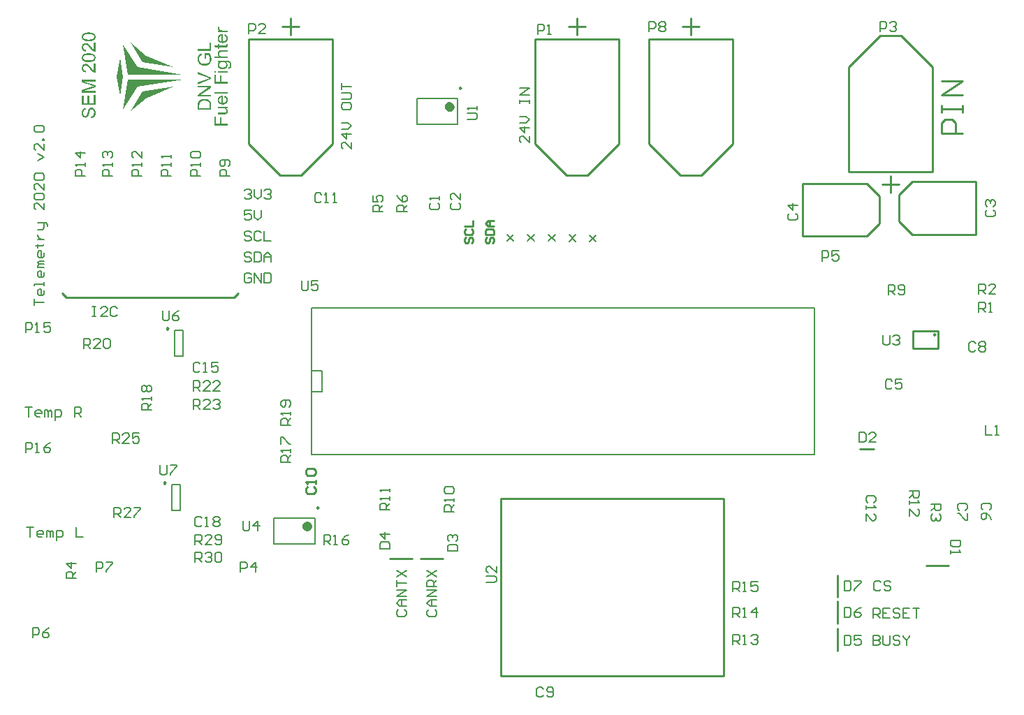
<source format=gto>
G04*
G04 #@! TF.GenerationSoftware,Altium Limited,Altium Designer,20.0.12 (288)*
G04*
G04 Layer_Color=65535*
%FSLAX25Y25*%
%MOIN*%
G70*
G01*
G75*
%ADD10C,0.01000*%
%ADD11C,0.00984*%
%ADD12C,0.02362*%
%ADD13C,0.00787*%
%ADD14C,0.00799*%
G36*
X61897Y312592D02*
X75049Y307038D01*
X60143Y309377D01*
X54590Y318729D01*
X61897Y312592D01*
D02*
G37*
G36*
X58097Y307038D02*
X79433Y303531D01*
X53421D01*
X51083Y317853D01*
X58097Y307038D01*
D02*
G37*
G36*
X51083Y302362D02*
X49475Y293302D01*
X47868Y302362D01*
X49475Y311423D01*
X51083Y302362D01*
D02*
G37*
G36*
X58097Y297686D02*
X51083Y286872D01*
X53421Y301193D01*
X79579D01*
X58097Y297686D01*
D02*
G37*
G36*
X61897Y292133D02*
X54590Y285995D01*
X60143Y295348D01*
X75049Y297686D01*
X61897Y292133D01*
D02*
G37*
G36*
X97113Y326038D02*
X97104Y326029D01*
X97086Y325992D01*
X97058Y325936D01*
X97030Y325862D01*
X97002Y325779D01*
X96975Y325677D01*
X96956Y325576D01*
X96947Y325474D01*
Y325428D01*
X96956Y325381D01*
X96965Y325317D01*
X96984Y325252D01*
X97012Y325169D01*
X97049Y325085D01*
X97104Y325011D01*
X97113Y325002D01*
X97132Y324974D01*
X97169Y324947D01*
X97215Y324900D01*
X97280Y324854D01*
X97354Y324808D01*
X97437Y324762D01*
X97539Y324725D01*
X97557Y324715D01*
X97613Y324706D01*
X97696Y324688D01*
X97807Y324660D01*
X97946Y324632D01*
X98103Y324614D01*
X98270Y324604D01*
X98455Y324595D01*
X100878D01*
Y323809D01*
X96235D01*
Y324521D01*
X96938D01*
X96928Y324530D01*
X96864Y324567D01*
X96780Y324614D01*
X96679Y324688D01*
X96577Y324762D01*
X96466Y324845D01*
X96373Y324928D01*
X96299Y325011D01*
X96290Y325021D01*
X96272Y325048D01*
X96244Y325104D01*
X96216Y325159D01*
X96188Y325233D01*
X96161Y325326D01*
X96142Y325418D01*
X96133Y325520D01*
Y325585D01*
X96142Y325668D01*
X96161Y325770D01*
X96198Y325890D01*
X96244Y326020D01*
X96309Y326168D01*
X96392Y326325D01*
X97113Y326038D01*
D02*
G37*
G36*
X98760Y322847D02*
Y319378D01*
X98769D01*
X98797D01*
X98834Y319387D01*
X98889D01*
X98954Y319397D01*
X99028Y319415D01*
X99195Y319443D01*
X99380Y319498D01*
X99583Y319572D01*
X99768Y319674D01*
X99935Y319804D01*
Y319813D01*
X99953Y319822D01*
X99999Y319878D01*
X100064Y319961D01*
X100129Y320072D01*
X100203Y320220D01*
X100268Y320386D01*
X100314Y320571D01*
X100323Y320673D01*
X100332Y320784D01*
Y320858D01*
X100323Y320941D01*
X100305Y321043D01*
X100277Y321154D01*
X100240Y321284D01*
X100184Y321404D01*
X100110Y321524D01*
X100101Y321533D01*
X100064Y321580D01*
X100009Y321635D01*
X99935Y321700D01*
X99833Y321774D01*
X99703Y321857D01*
X99555Y321940D01*
X99380Y322014D01*
X99481Y322828D01*
X99491D01*
X99509Y322819D01*
X99546Y322810D01*
X99602Y322791D01*
X99657Y322764D01*
X99731Y322736D01*
X99888Y322662D01*
X100064Y322569D01*
X100249Y322440D01*
X100425Y322292D01*
X100591Y322107D01*
Y322098D01*
X100610Y322079D01*
X100628Y322051D01*
X100656Y322014D01*
X100684Y321959D01*
X100712Y321903D01*
X100749Y321829D01*
X100786Y321746D01*
X100823Y321654D01*
X100860Y321561D01*
X100915Y321330D01*
X100961Y321071D01*
X100980Y320784D01*
Y320682D01*
X100971Y320618D01*
X100961Y320534D01*
X100943Y320433D01*
X100924Y320322D01*
X100906Y320201D01*
X100832Y319942D01*
X100776Y319804D01*
X100721Y319674D01*
X100647Y319535D01*
X100564Y319406D01*
X100471Y319286D01*
X100360Y319165D01*
X100351Y319156D01*
X100332Y319138D01*
X100295Y319110D01*
X100240Y319073D01*
X100175Y319027D01*
X100101Y318980D01*
X100009Y318925D01*
X99907Y318869D01*
X99787Y318814D01*
X99657Y318758D01*
X99509Y318712D01*
X99352Y318666D01*
X99185Y318629D01*
X99000Y318601D01*
X98806Y318583D01*
X98603Y318573D01*
X98593D01*
X98547D01*
X98492D01*
X98408Y318583D01*
X98307Y318592D01*
X98196Y318601D01*
X98066Y318620D01*
X97937Y318647D01*
X97641Y318721D01*
X97493Y318768D01*
X97335Y318823D01*
X97187Y318897D01*
X97049Y318980D01*
X96910Y319073D01*
X96780Y319175D01*
X96771Y319184D01*
X96753Y319202D01*
X96725Y319239D01*
X96679Y319286D01*
X96632Y319341D01*
X96577Y319415D01*
X96512Y319498D01*
X96457Y319600D01*
X96392Y319702D01*
X96336Y319822D01*
X96281Y319952D01*
X96235Y320090D01*
X96188Y320238D01*
X96161Y320396D01*
X96142Y320562D01*
X96133Y320738D01*
Y320830D01*
X96142Y320895D01*
X96151Y320969D01*
X96170Y321062D01*
X96188Y321163D01*
X96216Y321284D01*
X96244Y321395D01*
X96290Y321524D01*
X96336Y321644D01*
X96401Y321774D01*
X96475Y321903D01*
X96558Y322033D01*
X96660Y322153D01*
X96771Y322264D01*
X96780Y322273D01*
X96799Y322292D01*
X96836Y322320D01*
X96891Y322357D01*
X96956Y322403D01*
X97030Y322449D01*
X97123Y322505D01*
X97234Y322560D01*
X97354Y322616D01*
X97483Y322671D01*
X97631Y322717D01*
X97789Y322764D01*
X97964Y322801D01*
X98149Y322828D01*
X98344Y322847D01*
X98556Y322856D01*
X98566D01*
X98603D01*
X98667D01*
X98760Y322847D01*
D02*
G37*
G36*
X100878Y318148D02*
X100887Y318111D01*
X100897Y318046D01*
X100906Y317963D01*
X100924Y317870D01*
X100934Y317769D01*
X100943Y317565D01*
Y317491D01*
X100934Y317417D01*
X100924Y317325D01*
X100915Y317214D01*
X100887Y317103D01*
X100860Y317001D01*
X100813Y316899D01*
X100804Y316890D01*
X100786Y316862D01*
X100758Y316825D01*
X100712Y316770D01*
X100665Y316723D01*
X100601Y316668D01*
X100536Y316612D01*
X100453Y316575D01*
X100443D01*
X100406Y316557D01*
X100342Y316548D01*
X100249Y316529D01*
X100129Y316511D01*
X100055Y316501D01*
X99972D01*
X99870Y316492D01*
X99768Y316483D01*
X99657D01*
X99528D01*
X96845D01*
Y315900D01*
X96235D01*
Y316483D01*
X95088D01*
X94616Y317269D01*
X96235D01*
Y318065D01*
X96845D01*
Y317269D01*
X99574D01*
X99592D01*
X99629D01*
X99685D01*
X99750Y317278D01*
X99898Y317288D01*
X99962Y317297D01*
X100009Y317306D01*
X100027Y317315D01*
X100064Y317343D01*
X100110Y317380D01*
X100157Y317445D01*
X100166Y317463D01*
X100184Y317510D01*
X100203Y317593D01*
X100212Y317713D01*
Y317806D01*
X100203Y317852D01*
Y317917D01*
X100194Y317991D01*
X100184Y318065D01*
X100878Y318166D01*
Y318148D01*
D02*
G37*
G36*
X93086Y314896D02*
X86685D01*
Y315747D01*
X92327D01*
Y318902D01*
X93086D01*
Y314896D01*
D02*
G37*
G36*
X100878Y314355D02*
X97937D01*
X97927D01*
X97909D01*
X97881D01*
X97844D01*
X97742Y314346D01*
X97613Y314328D01*
X97474Y314291D01*
X97335Y314244D01*
X97197Y314180D01*
X97086Y314096D01*
X97076Y314087D01*
X97039Y314050D01*
X96993Y313995D01*
X96947Y313911D01*
X96891Y313810D01*
X96854Y313689D01*
X96817Y313541D01*
X96808Y313375D01*
Y313319D01*
X96817Y313255D01*
X96827Y313162D01*
X96854Y313070D01*
X96882Y312959D01*
X96928Y312848D01*
X96993Y312727D01*
X97002Y312718D01*
X97030Y312681D01*
X97067Y312626D01*
X97123Y312561D01*
X97197Y312487D01*
X97280Y312413D01*
X97382Y312348D01*
X97493Y312293D01*
X97511Y312283D01*
X97548Y312274D01*
X97622Y312256D01*
X97715Y312228D01*
X97835Y312200D01*
X97983Y312182D01*
X98149Y312172D01*
X98344Y312163D01*
X100878D01*
Y311377D01*
X94477D01*
Y312163D01*
X96771D01*
X96762Y312172D01*
X96743Y312191D01*
X96716Y312219D01*
X96669Y312265D01*
X96623Y312311D01*
X96568Y312376D01*
X96512Y312459D01*
X96447Y312542D01*
X96392Y312635D01*
X96336Y312737D01*
X96235Y312977D01*
X96188Y313107D01*
X96161Y313245D01*
X96142Y313393D01*
X96133Y313541D01*
Y313625D01*
X96142Y313726D01*
X96161Y313847D01*
X96179Y313985D01*
X96216Y314133D01*
X96272Y314281D01*
X96336Y314429D01*
X96346Y314448D01*
X96373Y314494D01*
X96420Y314559D01*
X96484Y314642D01*
X96568Y314725D01*
X96660Y314818D01*
X96771Y314901D01*
X96901Y314975D01*
X96919Y314984D01*
X96965Y315003D01*
X97049Y315031D01*
X97169Y315058D01*
X97317Y315086D01*
X97493Y315114D01*
X97705Y315132D01*
X97946Y315142D01*
X100878D01*
Y314355D01*
D02*
G37*
G36*
X92207Y313675D02*
X92216Y313657D01*
X92244Y313620D01*
X92281Y313574D01*
X92318Y313518D01*
X92365Y313454D01*
X92420Y313370D01*
X92475Y313287D01*
X92596Y313093D01*
X92725Y312871D01*
X92845Y312639D01*
X92947Y312390D01*
Y312381D01*
X92957Y312362D01*
X92966Y312325D01*
X92984Y312279D01*
X93003Y312214D01*
X93031Y312140D01*
X93049Y312057D01*
X93068Y311974D01*
X93114Y311770D01*
X93160Y311539D01*
X93188Y311289D01*
X93197Y311030D01*
Y310938D01*
X93188Y310873D01*
Y310789D01*
X93178Y310688D01*
X93160Y310577D01*
X93151Y310456D01*
X93095Y310188D01*
X93031Y309901D01*
X92929Y309606D01*
X92873Y309457D01*
X92799Y309310D01*
X92790Y309300D01*
X92781Y309273D01*
X92753Y309236D01*
X92725Y309180D01*
X92679Y309115D01*
X92633Y309050D01*
X92503Y308875D01*
X92337Y308690D01*
X92133Y308495D01*
X91902Y308311D01*
X91634Y308144D01*
X91624D01*
X91597Y308125D01*
X91560Y308107D01*
X91495Y308079D01*
X91430Y308051D01*
X91338Y308024D01*
X91245Y307987D01*
X91134Y307950D01*
X91014Y307913D01*
X90875Y307876D01*
X90737Y307848D01*
X90588Y307820D01*
X90265Y307774D01*
X89922Y307755D01*
X89913D01*
X89876D01*
X89830D01*
X89765Y307765D01*
X89682D01*
X89580Y307774D01*
X89478Y307792D01*
X89358Y307802D01*
X89229Y307829D01*
X89090Y307848D01*
X88794Y307922D01*
X88489Y308014D01*
X88183Y308144D01*
X88174Y308153D01*
X88147Y308162D01*
X88109Y308181D01*
X88054Y308218D01*
X87980Y308255D01*
X87906Y308301D01*
X87730Y308431D01*
X87527Y308588D01*
X87332Y308782D01*
X87138Y309004D01*
X87055Y309134D01*
X86972Y309263D01*
X86962Y309273D01*
X86953Y309300D01*
X86935Y309337D01*
X86907Y309393D01*
X86879Y309467D01*
X86842Y309550D01*
X86805Y309643D01*
X86768Y309753D01*
X86731Y309874D01*
X86703Y310003D01*
X86667Y310142D01*
X86639Y310290D01*
X86593Y310614D01*
X86574Y310780D01*
Y311076D01*
X86583Y311132D01*
Y311206D01*
X86602Y311382D01*
X86629Y311576D01*
X86676Y311779D01*
X86731Y312001D01*
X86805Y312214D01*
Y312223D01*
X86814Y312242D01*
X86824Y312269D01*
X86842Y312306D01*
X86898Y312408D01*
X86962Y312538D01*
X87055Y312677D01*
X87166Y312825D01*
X87286Y312963D01*
X87434Y313093D01*
X87453Y313111D01*
X87508Y313148D01*
X87591Y313204D01*
X87712Y313278D01*
X87860Y313352D01*
X88045Y313435D01*
X88248Y313518D01*
X88480Y313583D01*
X88683Y312815D01*
X88674D01*
X88665Y312806D01*
X88637Y312797D01*
X88600Y312788D01*
X88516Y312760D01*
X88406Y312723D01*
X88276Y312667D01*
X88156Y312602D01*
X88026Y312538D01*
X87915Y312455D01*
X87906Y312445D01*
X87869Y312418D01*
X87823Y312362D01*
X87758Y312297D01*
X87684Y312214D01*
X87610Y312103D01*
X87536Y311983D01*
X87471Y311844D01*
X87462Y311825D01*
X87444Y311779D01*
X87416Y311696D01*
X87379Y311585D01*
X87351Y311455D01*
X87323Y311308D01*
X87305Y311141D01*
X87296Y310965D01*
Y310863D01*
X87305Y310817D01*
Y310762D01*
X87314Y310623D01*
X87342Y310466D01*
X87370Y310290D01*
X87416Y310123D01*
X87480Y309957D01*
X87490Y309939D01*
X87508Y309883D01*
X87555Y309809D01*
X87601Y309717D01*
X87675Y309606D01*
X87749Y309485D01*
X87841Y309374D01*
X87943Y309273D01*
X87952Y309263D01*
X87989Y309226D01*
X88054Y309180D01*
X88128Y309124D01*
X88221Y309060D01*
X88332Y308995D01*
X88452Y308930D01*
X88581Y308865D01*
X88591D01*
X88609Y308856D01*
X88637Y308847D01*
X88683Y308828D01*
X88739Y308810D01*
X88803Y308791D01*
X88877Y308764D01*
X88960Y308745D01*
X89155Y308699D01*
X89377Y308662D01*
X89608Y308634D01*
X89867Y308625D01*
X89876D01*
X89904D01*
X89950D01*
X90006Y308634D01*
X90080D01*
X90172Y308644D01*
X90265Y308653D01*
X90367Y308662D01*
X90598Y308699D01*
X90838Y308745D01*
X91079Y308819D01*
X91310Y308912D01*
X91319D01*
X91338Y308930D01*
X91365Y308940D01*
X91403Y308967D01*
X91504Y309032D01*
X91634Y309134D01*
X91773Y309254D01*
X91911Y309402D01*
X92041Y309578D01*
X92161Y309772D01*
Y309781D01*
X92170Y309800D01*
X92189Y309827D01*
X92207Y309874D01*
X92226Y309920D01*
X92244Y309985D01*
X92300Y310133D01*
X92346Y310318D01*
X92392Y310521D01*
X92429Y310743D01*
X92439Y310975D01*
Y311067D01*
X92429Y311122D01*
Y311178D01*
X92411Y311317D01*
X92392Y311483D01*
X92355Y311659D01*
X92300Y311853D01*
X92235Y312048D01*
Y312057D01*
X92226Y312075D01*
X92216Y312094D01*
X92198Y312131D01*
X92152Y312232D01*
X92096Y312344D01*
X92032Y312473D01*
X91957Y312612D01*
X91874Y312741D01*
X91782Y312852D01*
X90579D01*
Y310965D01*
X89821D01*
Y313685D01*
X92198D01*
X92207Y313675D01*
D02*
G37*
G36*
X100508Y310174D02*
X100610D01*
X100721Y310165D01*
X100841Y310156D01*
X101091Y310128D01*
X101350Y310091D01*
X101470Y310063D01*
X101581Y310036D01*
X101683Y309999D01*
X101775Y309962D01*
X101785D01*
X101794Y309952D01*
X101849Y309915D01*
X101933Y309869D01*
X102034Y309795D01*
X102145Y309693D01*
X102266Y309573D01*
X102386Y309425D01*
X102488Y309259D01*
Y309249D01*
X102497Y309240D01*
X102515Y309212D01*
X102525Y309175D01*
X102552Y309129D01*
X102571Y309074D01*
X102617Y308935D01*
X102673Y308768D01*
X102710Y308565D01*
X102747Y308334D01*
X102756Y308084D01*
Y308001D01*
X102747Y307945D01*
Y307871D01*
X102737Y307797D01*
X102728Y307705D01*
X102710Y307603D01*
X102663Y307390D01*
X102599Y307168D01*
X102506Y306946D01*
X102377Y306743D01*
X102367Y306733D01*
X102358Y306724D01*
X102303Y306659D01*
X102219Y306585D01*
X102099Y306493D01*
X101942Y306400D01*
X101748Y306317D01*
X101637Y306289D01*
X101516Y306271D01*
X101396Y306252D01*
X101257D01*
X101359Y307020D01*
X101378D01*
X101415Y307029D01*
X101479Y307048D01*
X101563Y307066D01*
X101646Y307103D01*
X101729Y307150D01*
X101812Y307205D01*
X101877Y307279D01*
X101886Y307298D01*
X101914Y307335D01*
X101951Y307399D01*
X101988Y307492D01*
X102034Y307603D01*
X102071Y307742D01*
X102099Y307908D01*
X102108Y308084D01*
Y308176D01*
X102099Y308269D01*
X102081Y308398D01*
X102053Y308528D01*
X102016Y308667D01*
X101960Y308805D01*
X101886Y308926D01*
X101877Y308935D01*
X101849Y308972D01*
X101794Y309027D01*
X101729Y309092D01*
X101637Y309157D01*
X101535Y309222D01*
X101415Y309286D01*
X101276Y309333D01*
X101267D01*
X101230Y309342D01*
X101156Y309351D01*
X101063Y309360D01*
X100998Y309370D01*
X100924D01*
X100841Y309379D01*
X100749D01*
X100647D01*
X100527Y309388D01*
X100406D01*
X100268D01*
X100277Y309379D01*
X100295Y309360D01*
X100323Y309333D01*
X100360Y309296D01*
X100406Y309249D01*
X100462Y309185D01*
X100517Y309111D01*
X100573Y309037D01*
X100684Y308842D01*
X100786Y308630D01*
X100823Y308509D01*
X100850Y308380D01*
X100869Y308241D01*
X100878Y308102D01*
Y308056D01*
X100869Y308010D01*
Y307945D01*
X100860Y307862D01*
X100841Y307769D01*
X100823Y307668D01*
X100795Y307557D01*
X100758Y307436D01*
X100712Y307316D01*
X100656Y307196D01*
X100591Y307066D01*
X100508Y306946D01*
X100416Y306826D01*
X100314Y306715D01*
X100194Y306613D01*
X100184Y306604D01*
X100166Y306595D01*
X100120Y306567D01*
X100073Y306530D01*
X99999Y306493D01*
X99925Y306447D01*
X99833Y306400D01*
X99722Y306354D01*
X99611Y306308D01*
X99481Y306262D01*
X99352Y306215D01*
X99204Y306178D01*
X98889Y306114D01*
X98714Y306104D01*
X98538Y306095D01*
X98529D01*
X98510D01*
X98473D01*
X98427D01*
X98362Y306104D01*
X98297D01*
X98131Y306123D01*
X97946Y306151D01*
X97742Y306197D01*
X97530Y306252D01*
X97317Y306336D01*
X97308D01*
X97289Y306345D01*
X97261Y306363D01*
X97224Y306382D01*
X97123Y306437D01*
X96993Y306511D01*
X96854Y306613D01*
X96716Y306733D01*
X96568Y306872D01*
X96447Y307029D01*
Y307039D01*
X96438Y307048D01*
X96420Y307076D01*
X96401Y307113D01*
X96346Y307205D01*
X96290Y307335D01*
X96235Y307492D01*
X96179Y307677D01*
X96142Y307880D01*
X96133Y308102D01*
Y308186D01*
X96142Y308241D01*
X96151Y308306D01*
X96170Y308389D01*
X96188Y308482D01*
X96216Y308583D01*
X96253Y308685D01*
X96299Y308796D01*
X96355Y308907D01*
X96420Y309027D01*
X96494Y309138D01*
X96586Y309249D01*
X96688Y309360D01*
X96808Y309462D01*
X96235D01*
Y310184D01*
X100249D01*
X100258D01*
X100295D01*
X100351D01*
X100425D01*
X100508Y310174D01*
D02*
G37*
G36*
X100878Y304412D02*
X96235D01*
Y305198D01*
X100878D01*
Y304412D01*
D02*
G37*
G36*
X95374D02*
X94477D01*
Y305198D01*
X95374D01*
Y304412D01*
D02*
G37*
G36*
X95236Y299935D02*
X97215D01*
Y302941D01*
X97974D01*
Y299935D01*
X100878D01*
Y299084D01*
X94477D01*
Y303413D01*
X95236D01*
Y299935D01*
D02*
G37*
G36*
X93086Y302224D02*
Y301336D01*
X86685Y298857D01*
Y299782D01*
X91338Y301447D01*
X91347D01*
X91365Y301456D01*
X91393Y301466D01*
X91430Y301484D01*
X91486Y301493D01*
X91541Y301512D01*
X91680Y301558D01*
X91837Y301613D01*
X92013Y301669D01*
X92383Y301780D01*
X92374D01*
X92355Y301789D01*
X92327Y301799D01*
X92291Y301808D01*
X92189Y301835D01*
X92050Y301882D01*
X91893Y301928D01*
X91717Y301983D01*
X91532Y302048D01*
X91338Y302122D01*
X86685Y303861D01*
Y304721D01*
X93086Y302224D01*
D02*
G37*
G36*
X100878Y294449D02*
X94477D01*
Y295236D01*
X100878D01*
Y294449D01*
D02*
G37*
G36*
X93086Y297220D02*
X88063Y293871D01*
X93086D01*
Y293057D01*
X86685D01*
Y293927D01*
X91717Y297285D01*
X86685D01*
Y298098D01*
X93086D01*
Y297220D01*
D02*
G37*
G36*
X98760Y293497D02*
Y290028D01*
X98769D01*
X98797D01*
X98834Y290037D01*
X98889D01*
X98954Y290046D01*
X99028Y290065D01*
X99195Y290093D01*
X99380Y290148D01*
X99583Y290222D01*
X99768Y290324D01*
X99935Y290453D01*
Y290463D01*
X99953Y290472D01*
X99999Y290527D01*
X100064Y290611D01*
X100129Y290722D01*
X100203Y290870D01*
X100268Y291036D01*
X100314Y291221D01*
X100323Y291323D01*
X100332Y291434D01*
Y291508D01*
X100323Y291591D01*
X100305Y291693D01*
X100277Y291804D01*
X100240Y291933D01*
X100184Y292054D01*
X100110Y292174D01*
X100101Y292183D01*
X100064Y292229D01*
X100009Y292285D01*
X99935Y292350D01*
X99833Y292424D01*
X99703Y292507D01*
X99555Y292590D01*
X99380Y292664D01*
X99481Y293478D01*
X99491D01*
X99509Y293469D01*
X99546Y293460D01*
X99602Y293441D01*
X99657Y293413D01*
X99731Y293386D01*
X99888Y293312D01*
X100064Y293219D01*
X100249Y293090D01*
X100425Y292942D01*
X100591Y292757D01*
Y292747D01*
X100610Y292729D01*
X100628Y292701D01*
X100656Y292664D01*
X100684Y292609D01*
X100712Y292553D01*
X100749Y292479D01*
X100786Y292396D01*
X100823Y292303D01*
X100860Y292211D01*
X100915Y291980D01*
X100961Y291721D01*
X100980Y291434D01*
Y291332D01*
X100971Y291267D01*
X100961Y291184D01*
X100943Y291082D01*
X100924Y290971D01*
X100906Y290851D01*
X100832Y290592D01*
X100776Y290453D01*
X100721Y290324D01*
X100647Y290185D01*
X100564Y290056D01*
X100471Y289935D01*
X100360Y289815D01*
X100351Y289806D01*
X100332Y289787D01*
X100295Y289760D01*
X100240Y289723D01*
X100175Y289676D01*
X100101Y289630D01*
X100009Y289575D01*
X99907Y289519D01*
X99787Y289464D01*
X99657Y289408D01*
X99509Y289362D01*
X99352Y289316D01*
X99185Y289279D01*
X99000Y289251D01*
X98806Y289232D01*
X98603Y289223D01*
X98593D01*
X98547D01*
X98492D01*
X98408Y289232D01*
X98307Y289242D01*
X98196Y289251D01*
X98066Y289269D01*
X97937Y289297D01*
X97641Y289371D01*
X97493Y289417D01*
X97335Y289473D01*
X97187Y289547D01*
X97049Y289630D01*
X96910Y289723D01*
X96780Y289824D01*
X96771Y289834D01*
X96753Y289852D01*
X96725Y289889D01*
X96679Y289935D01*
X96632Y289991D01*
X96577Y290065D01*
X96512Y290148D01*
X96457Y290250D01*
X96392Y290352D01*
X96336Y290472D01*
X96281Y290601D01*
X96235Y290740D01*
X96188Y290888D01*
X96161Y291045D01*
X96142Y291212D01*
X96133Y291388D01*
Y291480D01*
X96142Y291545D01*
X96151Y291619D01*
X96170Y291711D01*
X96188Y291813D01*
X96216Y291933D01*
X96244Y292044D01*
X96290Y292174D01*
X96336Y292294D01*
X96401Y292424D01*
X96475Y292553D01*
X96558Y292683D01*
X96660Y292803D01*
X96771Y292914D01*
X96780Y292923D01*
X96799Y292942D01*
X96836Y292969D01*
X96891Y293006D01*
X96956Y293053D01*
X97030Y293099D01*
X97123Y293154D01*
X97234Y293210D01*
X97354Y293265D01*
X97483Y293321D01*
X97631Y293367D01*
X97789Y293413D01*
X97964Y293450D01*
X98149Y293478D01*
X98344Y293497D01*
X98556Y293506D01*
X98566D01*
X98603D01*
X98667D01*
X98760Y293497D01*
D02*
G37*
G36*
X90043Y291892D02*
X90117D01*
X90293Y291882D01*
X90496Y291855D01*
X90709Y291827D01*
X90931Y291781D01*
X91153Y291725D01*
X91162D01*
X91180Y291716D01*
X91208Y291707D01*
X91245Y291698D01*
X91347Y291660D01*
X91477Y291605D01*
X91624Y291549D01*
X91773Y291476D01*
X91930Y291383D01*
X92078Y291290D01*
X92096Y291281D01*
X92142Y291244D01*
X92207Y291189D01*
X92291Y291115D01*
X92383Y291032D01*
X92475Y290930D01*
X92577Y290828D01*
X92660Y290708D01*
X92670Y290689D01*
X92698Y290652D01*
X92734Y290587D01*
X92781Y290495D01*
X92836Y290384D01*
X92883Y290254D01*
X92938Y290107D01*
X92984Y289940D01*
Y289921D01*
X92993Y289894D01*
X93003Y289866D01*
X93012Y289774D01*
X93031Y289644D01*
X93049Y289496D01*
X93068Y289320D01*
X93077Y289126D01*
X93086Y288913D01*
Y286610D01*
X86685D01*
Y289071D01*
X86694Y289237D01*
X86703Y289422D01*
X86722Y289607D01*
X86750Y289792D01*
X86778Y289949D01*
Y289959D01*
X86787Y289977D01*
Y290005D01*
X86805Y290042D01*
X86833Y290143D01*
X86879Y290273D01*
X86944Y290421D01*
X87027Y290578D01*
X87120Y290736D01*
X87240Y290883D01*
X87249Y290893D01*
X87258Y290902D01*
X87286Y290930D01*
X87314Y290967D01*
X87406Y291059D01*
X87536Y291170D01*
X87693Y291290D01*
X87878Y291420D01*
X88091Y291540D01*
X88332Y291642D01*
X88341D01*
X88359Y291651D01*
X88396Y291670D01*
X88452Y291679D01*
X88516Y291707D01*
X88591Y291725D01*
X88674Y291744D01*
X88775Y291772D01*
X88877Y291799D01*
X88998Y291818D01*
X89257Y291864D01*
X89543Y291892D01*
X89858Y291901D01*
X89867D01*
X89885D01*
X89932D01*
X89978D01*
X90043Y291892D01*
D02*
G37*
G36*
X100878Y287558D02*
X100203D01*
X100212Y287549D01*
X100240Y287530D01*
X100277Y287503D01*
X100323Y287456D01*
X100379Y287401D01*
X100453Y287336D01*
X100517Y287262D01*
X100591Y287170D01*
X100665Y287068D01*
X100730Y286957D01*
X100795Y286837D01*
X100860Y286707D01*
X100906Y286559D01*
X100943Y286411D01*
X100971Y286245D01*
X100980Y286078D01*
Y286013D01*
X100971Y285930D01*
X100961Y285828D01*
X100943Y285708D01*
X100915Y285579D01*
X100878Y285449D01*
X100823Y285310D01*
X100813Y285292D01*
X100795Y285255D01*
X100758Y285190D01*
X100712Y285116D01*
X100656Y285024D01*
X100591Y284940D01*
X100517Y284857D01*
X100434Y284783D01*
X100425Y284774D01*
X100388Y284755D01*
X100342Y284728D01*
X100268Y284691D01*
X100184Y284644D01*
X100083Y284607D01*
X99972Y284570D01*
X99851Y284543D01*
X99842D01*
X99805Y284533D01*
X99750Y284524D01*
X99676D01*
X99565Y284515D01*
X99444Y284506D01*
X99287Y284496D01*
X99111D01*
X96235D01*
Y285283D01*
X98815D01*
X98825D01*
X98843D01*
X98871D01*
X98917D01*
X99019D01*
X99148Y285292D01*
X99287D01*
X99426Y285301D01*
X99546Y285310D01*
X99648Y285329D01*
X99657D01*
X99694Y285347D01*
X99750Y285366D01*
X99824Y285394D01*
X99898Y285440D01*
X99981Y285495D01*
X100055Y285560D01*
X100129Y285643D01*
X100138Y285653D01*
X100157Y285690D01*
X100184Y285736D01*
X100212Y285810D01*
X100249Y285893D01*
X100277Y285995D01*
X100295Y286106D01*
X100305Y286235D01*
Y286300D01*
X100295Y286365D01*
X100286Y286448D01*
X100258Y286550D01*
X100231Y286661D01*
X100184Y286781D01*
X100129Y286901D01*
X100120Y286920D01*
X100092Y286957D01*
X100055Y287012D01*
X99999Y287077D01*
X99925Y287151D01*
X99842Y287225D01*
X99750Y287290D01*
X99639Y287345D01*
X99620Y287355D01*
X99583Y287364D01*
X99509Y287382D01*
X99407Y287410D01*
X99278Y287438D01*
X99121Y287456D01*
X98936Y287466D01*
X98723Y287475D01*
X96235D01*
Y288261D01*
X100878D01*
Y287558D01*
D02*
G37*
G36*
X95236Y280038D02*
X97215D01*
Y283044D01*
X97974D01*
Y280038D01*
X100878D01*
Y279187D01*
X94477D01*
Y283516D01*
X95236D01*
Y280038D01*
D02*
G37*
G36*
X34928Y323618D02*
X35039D01*
X35159Y323608D01*
X35289Y323599D01*
X35585Y323571D01*
X35890Y323525D01*
X36186Y323470D01*
X36325Y323433D01*
X36463Y323386D01*
X36472D01*
X36491Y323377D01*
X36528Y323359D01*
X36574Y323340D01*
X36639Y323322D01*
X36704Y323285D01*
X36861Y323211D01*
X37027Y323118D01*
X37212Y322998D01*
X37379Y322859D01*
X37536Y322693D01*
Y322683D01*
X37555Y322674D01*
X37573Y322646D01*
X37592Y322609D01*
X37620Y322563D01*
X37657Y322517D01*
X37721Y322378D01*
X37786Y322212D01*
X37851Y322017D01*
X37888Y321786D01*
X37906Y321536D01*
Y321444D01*
X37897Y321379D01*
X37888Y321305D01*
X37869Y321213D01*
X37851Y321111D01*
X37823Y321000D01*
X37786Y320889D01*
X37749Y320769D01*
X37694Y320648D01*
X37629Y320528D01*
X37555Y320408D01*
X37462Y320288D01*
X37361Y320177D01*
X37249Y320075D01*
X37240Y320066D01*
X37212Y320047D01*
X37166Y320019D01*
X37092Y319973D01*
X37009Y319927D01*
X36898Y319881D01*
X36768Y319816D01*
X36621Y319760D01*
X36454Y319705D01*
X36260Y319649D01*
X36047Y319594D01*
X35807Y319548D01*
X35548Y319501D01*
X35270Y319474D01*
X34965Y319455D01*
X34641Y319446D01*
X34632D01*
X34595D01*
X34530D01*
X34456D01*
X34354Y319455D01*
X34243D01*
X34123Y319464D01*
X33984Y319474D01*
X33698Y319501D01*
X33392Y319548D01*
X33087Y319603D01*
X32948Y319640D01*
X32809Y319677D01*
X32800D01*
X32782Y319686D01*
X32745Y319705D01*
X32699Y319723D01*
X32634Y319742D01*
X32569Y319779D01*
X32412Y319853D01*
X32245Y319945D01*
X32070Y320066D01*
X31894Y320204D01*
X31746Y320371D01*
Y320380D01*
X31727Y320389D01*
X31709Y320417D01*
X31690Y320454D01*
X31653Y320500D01*
X31626Y320556D01*
X31552Y320695D01*
X31487Y320861D01*
X31422Y321055D01*
X31385Y321287D01*
X31367Y321536D01*
Y321620D01*
X31376Y321721D01*
X31394Y321842D01*
X31422Y321980D01*
X31459Y322128D01*
X31505Y322286D01*
X31579Y322434D01*
Y322443D01*
X31589Y322452D01*
X31616Y322498D01*
X31662Y322572D01*
X31727Y322665D01*
X31820Y322767D01*
X31921Y322878D01*
X32042Y322979D01*
X32181Y323081D01*
X32199Y323090D01*
X32245Y323127D01*
X32329Y323164D01*
X32449Y323229D01*
X32588Y323285D01*
X32745Y323359D01*
X32930Y323423D01*
X33133Y323479D01*
X33143D01*
X33161Y323488D01*
X33189Y323497D01*
X33235Y323507D01*
X33290Y323516D01*
X33355Y323525D01*
X33439Y323544D01*
X33531Y323553D01*
X33633Y323571D01*
X33744Y323581D01*
X33873Y323590D01*
X34003Y323608D01*
X34151Y323618D01*
X34299D01*
X34465Y323627D01*
X34641D01*
X34650D01*
X34687D01*
X34752D01*
X34826D01*
X34928Y323618D01*
D02*
G37*
G36*
X37795Y314358D02*
X37786D01*
X37749D01*
X37694D01*
X37620Y314368D01*
X37536Y314377D01*
X37444Y314395D01*
X37351Y314414D01*
X37249Y314451D01*
X37240D01*
X37231Y314460D01*
X37176Y314479D01*
X37092Y314516D01*
X36981Y314571D01*
X36852Y314645D01*
X36704Y314738D01*
X36556Y314839D01*
X36399Y314969D01*
X36389D01*
X36380Y314987D01*
X36325Y315034D01*
X36241Y315117D01*
X36121Y315237D01*
X35982Y315376D01*
X35816Y315552D01*
X35631Y315764D01*
X35436Y315996D01*
X35427Y316005D01*
X35399Y316042D01*
X35353Y316097D01*
X35298Y316162D01*
X35224Y316245D01*
X35140Y316347D01*
X35048Y316449D01*
X34946Y316569D01*
X34724Y316800D01*
X34502Y317032D01*
X34391Y317143D01*
X34280Y317244D01*
X34179Y317337D01*
X34077Y317411D01*
X34067D01*
X34058Y317429D01*
X34031Y317448D01*
X33994Y317466D01*
X33892Y317531D01*
X33771Y317605D01*
X33623Y317670D01*
X33466Y317735D01*
X33290Y317772D01*
X33124Y317790D01*
X33115D01*
X33105D01*
X33050Y317781D01*
X32958Y317772D01*
X32856Y317744D01*
X32726Y317707D01*
X32597Y317642D01*
X32467Y317559D01*
X32338Y317448D01*
X32319Y317429D01*
X32282Y317383D01*
X32236Y317318D01*
X32171Y317217D01*
X32116Y317087D01*
X32060Y316939D01*
X32023Y316763D01*
X32014Y316569D01*
Y316514D01*
X32023Y316477D01*
X32032Y316366D01*
X32060Y316236D01*
X32097Y316097D01*
X32162Y315940D01*
X32245Y315792D01*
X32356Y315653D01*
X32375Y315635D01*
X32421Y315598D01*
X32495Y315542D01*
X32606Y315487D01*
X32735Y315422D01*
X32902Y315367D01*
X33087Y315330D01*
X33300Y315311D01*
X33217Y314506D01*
X33207D01*
X33180Y314516D01*
X33133D01*
X33068Y314525D01*
X32994Y314543D01*
X32911Y314562D01*
X32809Y314590D01*
X32708Y314617D01*
X32486Y314691D01*
X32264Y314802D01*
X32153Y314867D01*
X32042Y314950D01*
X31940Y315034D01*
X31848Y315126D01*
X31838Y315135D01*
X31829Y315154D01*
X31801Y315182D01*
X31773Y315228D01*
X31736Y315283D01*
X31699Y315348D01*
X31653Y315422D01*
X31607Y315515D01*
X31561Y315616D01*
X31514Y315727D01*
X31477Y315848D01*
X31440Y315977D01*
X31413Y316116D01*
X31385Y316264D01*
X31376Y316421D01*
X31367Y316588D01*
Y316680D01*
X31376Y316745D01*
X31385Y316819D01*
X31394Y316911D01*
X31413Y317013D01*
X31431Y317115D01*
X31496Y317355D01*
X31589Y317596D01*
X31644Y317716D01*
X31709Y317836D01*
X31792Y317947D01*
X31885Y318049D01*
X31894Y318058D01*
X31903Y318077D01*
X31940Y318095D01*
X31977Y318132D01*
X32023Y318179D01*
X32088Y318225D01*
X32153Y318271D01*
X32236Y318327D01*
X32412Y318419D01*
X32634Y318512D01*
X32745Y318549D01*
X32874Y318567D01*
X33004Y318586D01*
X33143Y318595D01*
X33161D01*
X33207D01*
X33281Y318586D01*
X33383Y318576D01*
X33494Y318558D01*
X33623Y318521D01*
X33762Y318484D01*
X33901Y318428D01*
X33920Y318419D01*
X33966Y318401D01*
X34040Y318364D01*
X34141Y318308D01*
X34253Y318234D01*
X34391Y318142D01*
X34530Y318031D01*
X34687Y317901D01*
X34706Y317883D01*
X34761Y317836D01*
X34808Y317790D01*
X34854Y317744D01*
X34909Y317688D01*
X34983Y317614D01*
X35057Y317540D01*
X35140Y317448D01*
X35233Y317355D01*
X35335Y317244D01*
X35436Y317124D01*
X35557Y316995D01*
X35677Y316847D01*
X35807Y316699D01*
X35816Y316689D01*
X35834Y316671D01*
X35862Y316634D01*
X35899Y316588D01*
X35954Y316532D01*
X36010Y316467D01*
X36130Y316319D01*
X36269Y316162D01*
X36408Y316014D01*
X36528Y315885D01*
X36574Y315829D01*
X36621Y315783D01*
X36630Y315774D01*
X36658Y315746D01*
X36694Y315709D01*
X36750Y315663D01*
X36815Y315616D01*
X36880Y315561D01*
X37037Y315450D01*
Y318604D01*
X37795D01*
Y314358D01*
D02*
G37*
G36*
X34928Y313665D02*
X35039D01*
X35159Y313655D01*
X35289Y313646D01*
X35585Y313618D01*
X35890Y313572D01*
X36186Y313517D01*
X36325Y313480D01*
X36463Y313433D01*
X36472D01*
X36491Y313424D01*
X36528Y313406D01*
X36574Y313387D01*
X36639Y313369D01*
X36704Y313332D01*
X36861Y313258D01*
X37027Y313165D01*
X37212Y313045D01*
X37379Y312906D01*
X37536Y312740D01*
Y312730D01*
X37555Y312721D01*
X37573Y312693D01*
X37592Y312656D01*
X37620Y312610D01*
X37657Y312564D01*
X37721Y312425D01*
X37786Y312259D01*
X37851Y312064D01*
X37888Y311833D01*
X37906Y311583D01*
Y311491D01*
X37897Y311426D01*
X37888Y311352D01*
X37869Y311260D01*
X37851Y311158D01*
X37823Y311047D01*
X37786Y310936D01*
X37749Y310816D01*
X37694Y310695D01*
X37629Y310575D01*
X37555Y310455D01*
X37462Y310335D01*
X37361Y310224D01*
X37249Y310122D01*
X37240Y310113D01*
X37212Y310094D01*
X37166Y310066D01*
X37092Y310020D01*
X37009Y309974D01*
X36898Y309928D01*
X36768Y309863D01*
X36621Y309807D01*
X36454Y309752D01*
X36260Y309696D01*
X36047Y309641D01*
X35807Y309595D01*
X35548Y309548D01*
X35270Y309521D01*
X34965Y309502D01*
X34641Y309493D01*
X34632D01*
X34595D01*
X34530D01*
X34456D01*
X34354Y309502D01*
X34243D01*
X34123Y309511D01*
X33984Y309521D01*
X33698Y309548D01*
X33392Y309595D01*
X33087Y309650D01*
X32948Y309687D01*
X32809Y309724D01*
X32800D01*
X32782Y309733D01*
X32745Y309752D01*
X32699Y309770D01*
X32634Y309789D01*
X32569Y309826D01*
X32412Y309900D01*
X32245Y309992D01*
X32070Y310113D01*
X31894Y310251D01*
X31746Y310418D01*
Y310427D01*
X31727Y310436D01*
X31709Y310464D01*
X31690Y310501D01*
X31653Y310547D01*
X31626Y310603D01*
X31552Y310742D01*
X31487Y310908D01*
X31422Y311102D01*
X31385Y311334D01*
X31367Y311583D01*
Y311667D01*
X31376Y311768D01*
X31394Y311889D01*
X31422Y312027D01*
X31459Y312175D01*
X31505Y312333D01*
X31579Y312481D01*
Y312490D01*
X31589Y312499D01*
X31616Y312545D01*
X31662Y312619D01*
X31727Y312712D01*
X31820Y312814D01*
X31921Y312925D01*
X32042Y313026D01*
X32181Y313128D01*
X32199Y313137D01*
X32245Y313174D01*
X32329Y313211D01*
X32449Y313276D01*
X32588Y313332D01*
X32745Y313406D01*
X32930Y313470D01*
X33133Y313526D01*
X33143D01*
X33161Y313535D01*
X33189Y313544D01*
X33235Y313554D01*
X33290Y313563D01*
X33355Y313572D01*
X33439Y313591D01*
X33531Y313600D01*
X33633Y313618D01*
X33744Y313628D01*
X33873Y313637D01*
X34003Y313655D01*
X34151Y313665D01*
X34299D01*
X34465Y313674D01*
X34641D01*
X34650D01*
X34687D01*
X34752D01*
X34826D01*
X34928Y313665D01*
D02*
G37*
G36*
X37795Y304405D02*
X37786D01*
X37749D01*
X37694D01*
X37620Y304415D01*
X37536Y304424D01*
X37444Y304442D01*
X37351Y304461D01*
X37249Y304498D01*
X37240D01*
X37231Y304507D01*
X37176Y304526D01*
X37092Y304563D01*
X36981Y304618D01*
X36852Y304692D01*
X36704Y304785D01*
X36556Y304886D01*
X36399Y305016D01*
X36389D01*
X36380Y305034D01*
X36325Y305081D01*
X36241Y305164D01*
X36121Y305284D01*
X35982Y305423D01*
X35816Y305599D01*
X35631Y305811D01*
X35436Y306043D01*
X35427Y306052D01*
X35399Y306089D01*
X35353Y306144D01*
X35298Y306209D01*
X35224Y306292D01*
X35140Y306394D01*
X35048Y306496D01*
X34946Y306616D01*
X34724Y306847D01*
X34502Y307079D01*
X34391Y307190D01*
X34280Y307291D01*
X34179Y307384D01*
X34077Y307458D01*
X34067D01*
X34058Y307476D01*
X34031Y307495D01*
X33994Y307513D01*
X33892Y307578D01*
X33771Y307652D01*
X33623Y307717D01*
X33466Y307782D01*
X33290Y307819D01*
X33124Y307837D01*
X33115D01*
X33105D01*
X33050Y307828D01*
X32958Y307819D01*
X32856Y307791D01*
X32726Y307754D01*
X32597Y307689D01*
X32467Y307606D01*
X32338Y307495D01*
X32319Y307476D01*
X32282Y307430D01*
X32236Y307365D01*
X32171Y307264D01*
X32116Y307134D01*
X32060Y306986D01*
X32023Y306810D01*
X32014Y306616D01*
Y306561D01*
X32023Y306524D01*
X32032Y306413D01*
X32060Y306283D01*
X32097Y306144D01*
X32162Y305987D01*
X32245Y305839D01*
X32356Y305700D01*
X32375Y305682D01*
X32421Y305645D01*
X32495Y305589D01*
X32606Y305534D01*
X32735Y305469D01*
X32902Y305414D01*
X33087Y305377D01*
X33300Y305358D01*
X33217Y304553D01*
X33207D01*
X33180Y304563D01*
X33133D01*
X33068Y304572D01*
X32994Y304590D01*
X32911Y304609D01*
X32809Y304637D01*
X32708Y304664D01*
X32486Y304738D01*
X32264Y304849D01*
X32153Y304914D01*
X32042Y304997D01*
X31940Y305081D01*
X31848Y305173D01*
X31838Y305182D01*
X31829Y305201D01*
X31801Y305229D01*
X31773Y305275D01*
X31736Y305330D01*
X31699Y305395D01*
X31653Y305469D01*
X31607Y305562D01*
X31561Y305663D01*
X31514Y305774D01*
X31477Y305895D01*
X31440Y306024D01*
X31413Y306163D01*
X31385Y306311D01*
X31376Y306468D01*
X31367Y306635D01*
Y306727D01*
X31376Y306792D01*
X31385Y306866D01*
X31394Y306958D01*
X31413Y307060D01*
X31431Y307162D01*
X31496Y307402D01*
X31589Y307643D01*
X31644Y307763D01*
X31709Y307883D01*
X31792Y307994D01*
X31885Y308096D01*
X31894Y308105D01*
X31903Y308124D01*
X31940Y308142D01*
X31977Y308179D01*
X32023Y308226D01*
X32088Y308272D01*
X32153Y308318D01*
X32236Y308374D01*
X32412Y308466D01*
X32634Y308559D01*
X32745Y308596D01*
X32874Y308614D01*
X33004Y308633D01*
X33143Y308642D01*
X33161D01*
X33207D01*
X33281Y308633D01*
X33383Y308623D01*
X33494Y308605D01*
X33623Y308568D01*
X33762Y308531D01*
X33901Y308475D01*
X33920Y308466D01*
X33966Y308448D01*
X34040Y308411D01*
X34141Y308355D01*
X34253Y308281D01*
X34391Y308189D01*
X34530Y308078D01*
X34687Y307948D01*
X34706Y307930D01*
X34761Y307883D01*
X34808Y307837D01*
X34854Y307791D01*
X34909Y307735D01*
X34983Y307661D01*
X35057Y307587D01*
X35140Y307495D01*
X35233Y307402D01*
X35335Y307291D01*
X35436Y307171D01*
X35557Y307042D01*
X35677Y306894D01*
X35807Y306746D01*
X35816Y306736D01*
X35834Y306718D01*
X35862Y306681D01*
X35899Y306635D01*
X35954Y306579D01*
X36010Y306514D01*
X36130Y306366D01*
X36269Y306209D01*
X36408Y306061D01*
X36528Y305932D01*
X36574Y305876D01*
X36621Y305830D01*
X36630Y305821D01*
X36658Y305793D01*
X36694Y305756D01*
X36750Y305710D01*
X36815Y305663D01*
X36880Y305608D01*
X37037Y305497D01*
Y308651D01*
X37795D01*
Y304405D01*
D02*
G37*
G36*
Y300160D02*
X32440D01*
X37795Y298291D01*
Y297533D01*
X32347Y295683D01*
X37795D01*
Y294869D01*
X31394D01*
Y296136D01*
X35936Y297653D01*
X35945D01*
X35964Y297662D01*
X35991Y297671D01*
X36038Y297690D01*
X36149Y297727D01*
X36288Y297773D01*
X36445Y297819D01*
X36602Y297875D01*
X36750Y297921D01*
X36880Y297958D01*
X36861Y297967D01*
X36815Y297977D01*
X36731Y298004D01*
X36621Y298041D01*
X36472Y298088D01*
X36297Y298152D01*
X36093Y298217D01*
X35853Y298300D01*
X31394Y299836D01*
Y300974D01*
X37795D01*
Y300160D01*
D02*
G37*
G36*
Y288939D02*
X31394D01*
Y293574D01*
X32153D01*
Y289790D01*
X34104D01*
Y293333D01*
X34863D01*
Y289790D01*
X37037D01*
Y293722D01*
X37795D01*
Y288939D01*
D02*
G37*
G36*
X36186Y287746D02*
X36315Y287728D01*
X36463Y287691D01*
X36621Y287644D01*
X36787Y287570D01*
X36963Y287469D01*
X36972D01*
X36981Y287459D01*
X37037Y287413D01*
X37120Y287348D01*
X37212Y287256D01*
X37323Y287136D01*
X37444Y286988D01*
X37555Y286821D01*
X37657Y286627D01*
Y286618D01*
X37666Y286599D01*
X37675Y286571D01*
X37694Y286534D01*
X37712Y286479D01*
X37740Y286414D01*
X37777Y286266D01*
X37823Y286090D01*
X37869Y285878D01*
X37897Y285646D01*
X37906Y285397D01*
Y285249D01*
X37897Y285175D01*
Y285091D01*
X37888Y284999D01*
X37879Y284888D01*
X37841Y284657D01*
X37804Y284416D01*
X37740Y284176D01*
X37657Y283944D01*
Y283935D01*
X37647Y283917D01*
X37629Y283889D01*
X37610Y283852D01*
X37555Y283741D01*
X37472Y283611D01*
X37361Y283463D01*
X37231Y283306D01*
X37074Y283158D01*
X36898Y283019D01*
X36889D01*
X36870Y283001D01*
X36843Y282992D01*
X36805Y282964D01*
X36759Y282945D01*
X36704Y282918D01*
X36565Y282853D01*
X36389Y282788D01*
X36195Y282733D01*
X35973Y282696D01*
X35742Y282677D01*
X35668Y283473D01*
X35677D01*
X35686D01*
X35714Y283482D01*
X35751D01*
X35834Y283500D01*
X35954Y283528D01*
X36075Y283565D01*
X36213Y283602D01*
X36343Y283667D01*
X36463Y283732D01*
X36472Y283741D01*
X36509Y283769D01*
X36574Y283815D01*
X36639Y283889D01*
X36722Y283981D01*
X36805Y284083D01*
X36889Y284222D01*
X36963Y284370D01*
Y284379D01*
X36972Y284388D01*
X36981Y284416D01*
X36990Y284444D01*
X37018Y284536D01*
X37055Y284657D01*
X37092Y284805D01*
X37120Y284971D01*
X37139Y285156D01*
X37148Y285360D01*
Y285443D01*
X37139Y285535D01*
X37129Y285646D01*
X37111Y285776D01*
X37092Y285924D01*
X37055Y286072D01*
X37009Y286211D01*
X37000Y286229D01*
X36981Y286275D01*
X36944Y286340D01*
X36907Y286423D01*
X36843Y286507D01*
X36778Y286599D01*
X36704Y286692D01*
X36611Y286766D01*
X36602Y286775D01*
X36565Y286793D01*
X36519Y286821D01*
X36445Y286858D01*
X36371Y286895D01*
X36278Y286923D01*
X36176Y286941D01*
X36066Y286951D01*
X36056D01*
X36010D01*
X35954Y286941D01*
X35881Y286932D01*
X35807Y286904D01*
X35714Y286877D01*
X35622Y286830D01*
X35538Y286766D01*
X35529Y286756D01*
X35501Y286729D01*
X35464Y286692D01*
X35409Y286627D01*
X35353Y286553D01*
X35289Y286451D01*
X35224Y286331D01*
X35168Y286192D01*
X35159Y286183D01*
X35150Y286137D01*
X35122Y286063D01*
X35113Y286016D01*
X35094Y285952D01*
X35067Y285887D01*
X35048Y285804D01*
X35020Y285711D01*
X34993Y285600D01*
X34965Y285489D01*
X34928Y285360D01*
X34891Y285212D01*
X34854Y285054D01*
Y285045D01*
X34844Y285017D01*
X34835Y284971D01*
X34817Y284916D01*
X34798Y284842D01*
X34780Y284758D01*
X34724Y284573D01*
X34659Y284370D01*
X34595Y284157D01*
X34530Y283972D01*
X34493Y283889D01*
X34456Y283815D01*
Y283806D01*
X34447Y283796D01*
X34410Y283741D01*
X34363Y283658D01*
X34290Y283565D01*
X34206Y283454D01*
X34104Y283343D01*
X33984Y283232D01*
X33855Y283140D01*
X33836Y283130D01*
X33790Y283103D01*
X33716Y283066D01*
X33623Y283029D01*
X33503Y282992D01*
X33364Y282955D01*
X33217Y282927D01*
X33059Y282918D01*
X33050D01*
X33041D01*
X33013D01*
X32976D01*
X32884Y282936D01*
X32763Y282955D01*
X32625Y282982D01*
X32467Y283029D01*
X32310Y283093D01*
X32153Y283186D01*
X32144D01*
X32134Y283195D01*
X32079Y283241D01*
X32005Y283306D01*
X31912Y283389D01*
X31811Y283500D01*
X31699Y283639D01*
X31598Y283806D01*
X31505Y283991D01*
Y284000D01*
X31496Y284018D01*
X31487Y284046D01*
X31468Y284083D01*
X31450Y284129D01*
X31431Y284194D01*
X31394Y284333D01*
X31357Y284509D01*
X31320Y284712D01*
X31293Y284925D01*
X31283Y285165D01*
Y285286D01*
X31293Y285350D01*
Y285415D01*
X31311Y285591D01*
X31339Y285785D01*
X31385Y285989D01*
X31440Y286211D01*
X31514Y286414D01*
Y286423D01*
X31524Y286442D01*
X31542Y286470D01*
X31561Y286507D01*
X31607Y286599D01*
X31690Y286719D01*
X31783Y286858D01*
X31903Y286997D01*
X32042Y287126D01*
X32199Y287247D01*
X32208D01*
X32217Y287256D01*
X32245Y287274D01*
X32273Y287293D01*
X32366Y287339D01*
X32486Y287395D01*
X32634Y287459D01*
X32809Y287506D01*
X32994Y287552D01*
X33198Y287570D01*
X33263Y286756D01*
X33253D01*
X33235D01*
X33207Y286747D01*
X33161Y286738D01*
X33059Y286710D01*
X32921Y286673D01*
X32772Y286618D01*
X32625Y286534D01*
X32486Y286433D01*
X32356Y286303D01*
X32347Y286285D01*
X32310Y286238D01*
X32254Y286146D01*
X32199Y286026D01*
X32144Y285868D01*
X32088Y285683D01*
X32051Y285452D01*
X32042Y285193D01*
Y285064D01*
X32051Y285008D01*
X32060Y284934D01*
X32079Y284768D01*
X32116Y284583D01*
X32162Y284398D01*
X32236Y284222D01*
X32282Y284148D01*
X32329Y284074D01*
X32338Y284055D01*
X32375Y284018D01*
X32440Y283963D01*
X32513Y283907D01*
X32615Y283843D01*
X32726Y283787D01*
X32856Y283750D01*
X33004Y283732D01*
X33022D01*
X33059D01*
X33124Y283741D01*
X33198Y283759D01*
X33290Y283787D01*
X33383Y283833D01*
X33476Y283889D01*
X33568Y283972D01*
X33577Y283981D01*
X33605Y284028D01*
X33633Y284065D01*
X33651Y284102D01*
X33679Y284157D01*
X33716Y284222D01*
X33744Y284305D01*
X33781Y284398D01*
X33818Y284499D01*
X33864Y284620D01*
X33901Y284749D01*
X33947Y284897D01*
X33984Y285064D01*
X34031Y285249D01*
Y285258D01*
X34040Y285295D01*
X34049Y285350D01*
X34067Y285415D01*
X34086Y285498D01*
X34114Y285600D01*
X34141Y285702D01*
X34169Y285813D01*
X34234Y286053D01*
X34299Y286285D01*
X34336Y286396D01*
X34373Y286497D01*
X34400Y286590D01*
X34438Y286664D01*
Y286673D01*
X34447Y286692D01*
X34465Y286719D01*
X34484Y286756D01*
X34539Y286858D01*
X34613Y286978D01*
X34715Y287117D01*
X34826Y287256D01*
X34955Y287385D01*
X35094Y287496D01*
X35113Y287506D01*
X35159Y287543D01*
X35242Y287580D01*
X35353Y287635D01*
X35483Y287681D01*
X35640Y287728D01*
X35816Y287755D01*
X36001Y287765D01*
X36010D01*
X36019D01*
X36047D01*
X36084D01*
X36186Y287746D01*
D02*
G37*
%LPC*%
G36*
X98112Y322024D02*
X98103D01*
X98085D01*
X98057Y322014D01*
X98020D01*
X97909Y321996D01*
X97789Y321968D01*
X97641Y321922D01*
X97502Y321876D01*
X97363Y321802D01*
X97243Y321718D01*
X97234D01*
X97224Y321700D01*
X97169Y321654D01*
X97095Y321570D01*
X97012Y321459D01*
X96928Y321321D01*
X96854Y321154D01*
X96799Y320960D01*
X96790Y320858D01*
X96780Y320747D01*
Y320692D01*
X96790Y320655D01*
X96799Y320553D01*
X96827Y320433D01*
X96873Y320285D01*
X96938Y320127D01*
X97030Y319979D01*
X97150Y319831D01*
X97169Y319813D01*
X97215Y319776D01*
X97298Y319711D01*
X97409Y319646D01*
X97539Y319572D01*
X97705Y319508D01*
X97900Y319452D01*
X98112Y319424D01*
Y322024D01*
D02*
G37*
G36*
X98667Y309453D02*
X98510D01*
X98501D01*
X98473D01*
X98427D01*
X98371Y309444D01*
X98297D01*
X98214Y309434D01*
X98029Y309407D01*
X97816Y309360D01*
X97604Y309296D01*
X97391Y309203D01*
X97298Y309138D01*
X97215Y309074D01*
X97206D01*
X97197Y309055D01*
X97150Y309009D01*
X97076Y308926D01*
X96993Y308815D01*
X96919Y308685D01*
X96845Y308528D01*
X96799Y308352D01*
X96780Y308260D01*
Y308112D01*
X96790Y308075D01*
X96799Y307973D01*
X96836Y307853D01*
X96882Y307705D01*
X96965Y307557D01*
X97067Y307409D01*
X97141Y307335D01*
X97215Y307261D01*
X97224D01*
X97234Y307242D01*
X97261Y307224D01*
X97298Y307205D01*
X97335Y307177D01*
X97391Y307150D01*
X97456Y307113D01*
X97530Y307085D01*
X97613Y307048D01*
X97715Y307011D01*
X97816Y306983D01*
X97927Y306955D01*
X98057Y306937D01*
X98186Y306918D01*
X98325Y306900D01*
X98482D01*
X98492D01*
X98519D01*
X98566D01*
X98630Y306909D01*
X98704D01*
X98797Y306918D01*
X98991Y306946D01*
X99213Y306992D01*
X99426Y307048D01*
X99639Y307140D01*
X99731Y307196D01*
X99814Y307261D01*
X99833Y307279D01*
X99879Y307325D01*
X99944Y307399D01*
X100018Y307510D01*
X100101Y307640D01*
X100166Y307797D01*
X100212Y307973D01*
X100221Y308065D01*
X100231Y308167D01*
Y308223D01*
X100221Y308260D01*
X100212Y308361D01*
X100175Y308491D01*
X100129Y308630D01*
X100055Y308787D01*
X99953Y308935D01*
X99888Y309009D01*
X99814Y309083D01*
X99805D01*
X99796Y309101D01*
X99768Y309120D01*
X99731Y309138D01*
X99694Y309166D01*
X99639Y309203D01*
X99574Y309231D01*
X99491Y309268D01*
X99407Y309305D01*
X99315Y309333D01*
X99204Y309370D01*
X99084Y309397D01*
X98963Y309416D01*
X98825Y309434D01*
X98667Y309453D01*
D02*
G37*
G36*
X98112Y292673D02*
X98103D01*
X98085D01*
X98057Y292664D01*
X98020D01*
X97909Y292646D01*
X97789Y292618D01*
X97641Y292572D01*
X97502Y292525D01*
X97363Y292451D01*
X97243Y292368D01*
X97234D01*
X97224Y292350D01*
X97169Y292303D01*
X97095Y292220D01*
X97012Y292109D01*
X96928Y291970D01*
X96854Y291804D01*
X96799Y291610D01*
X96790Y291508D01*
X96780Y291397D01*
Y291341D01*
X96790Y291304D01*
X96799Y291203D01*
X96827Y291082D01*
X96873Y290934D01*
X96938Y290777D01*
X97030Y290629D01*
X97150Y290481D01*
X97169Y290463D01*
X97215Y290426D01*
X97298Y290361D01*
X97409Y290296D01*
X97539Y290222D01*
X97705Y290157D01*
X97900Y290102D01*
X98112Y290074D01*
Y292673D01*
D02*
G37*
G36*
X89839Y291032D02*
X89830D01*
X89793D01*
X89747D01*
X89673Y291022D01*
X89590D01*
X89497Y291013D01*
X89386Y291004D01*
X89275Y290995D01*
X89025Y290948D01*
X88766Y290893D01*
X88526Y290809D01*
X88406Y290754D01*
X88304Y290699D01*
X88295D01*
X88276Y290680D01*
X88248Y290662D01*
X88211Y290643D01*
X88119Y290569D01*
X88008Y290476D01*
X87888Y290356D01*
X87767Y290217D01*
X87665Y290060D01*
X87582Y289894D01*
X87573Y289875D01*
X87564Y289829D01*
X87536Y289746D01*
X87508Y289626D01*
X87490Y289477D01*
X87462Y289293D01*
X87453Y289181D01*
Y289061D01*
X87444Y288941D01*
Y287461D01*
X92327D01*
Y288978D01*
X92318Y289043D01*
X92309Y289181D01*
X92300Y289339D01*
X92281Y289505D01*
X92254Y289672D01*
X92216Y289810D01*
X92207Y289829D01*
X92198Y289875D01*
X92170Y289940D01*
X92133Y290023D01*
X92078Y290116D01*
X92022Y290208D01*
X91957Y290301D01*
X91883Y290393D01*
X91865Y290403D01*
X91828Y290440D01*
X91763Y290495D01*
X91671Y290560D01*
X91550Y290634D01*
X91412Y290717D01*
X91255Y290791D01*
X91079Y290856D01*
X91070D01*
X91051Y290865D01*
X91023Y290874D01*
X90986Y290883D01*
X90940Y290893D01*
X90875Y290911D01*
X90811Y290930D01*
X90737Y290948D01*
X90552Y290976D01*
X90339Y291004D01*
X90098Y291022D01*
X89839Y291032D01*
D02*
G37*
G36*
X34928Y322822D02*
X34641D01*
X34632D01*
X34622D01*
X34576D01*
X34493D01*
X34382Y322813D01*
X34262D01*
X34114Y322804D01*
X33957Y322794D01*
X33781Y322776D01*
X33429Y322730D01*
X33253Y322702D01*
X33087Y322665D01*
X32930Y322628D01*
X32782Y322572D01*
X32652Y322517D01*
X32541Y322452D01*
X32532D01*
X32523Y322434D01*
X32495Y322415D01*
X32458Y322387D01*
X32375Y322304D01*
X32273Y322202D01*
X32181Y322064D01*
X32097Y321906D01*
X32060Y321823D01*
X32032Y321731D01*
X32023Y321629D01*
X32014Y321527D01*
Y321472D01*
X32023Y321435D01*
X32042Y321333D01*
X32070Y321213D01*
X32125Y321074D01*
X32208Y320926D01*
X32264Y320852D01*
X32319Y320778D01*
X32393Y320713D01*
X32476Y320648D01*
X32486D01*
X32504Y320630D01*
X32541Y320611D01*
X32588Y320584D01*
X32662Y320556D01*
X32745Y320519D01*
X32847Y320491D01*
X32967Y320454D01*
X33105Y320417D01*
X33263Y320380D01*
X33439Y320343D01*
X33633Y320315D01*
X33855Y320288D01*
X34095Y320269D01*
X34354Y320260D01*
X34641Y320251D01*
X34659D01*
X34706D01*
X34789D01*
X34900Y320260D01*
X35020D01*
X35168Y320269D01*
X35326Y320278D01*
X35492Y320297D01*
X35853Y320343D01*
X36029Y320371D01*
X36195Y320408D01*
X36352Y320445D01*
X36500Y320500D01*
X36630Y320556D01*
X36741Y320621D01*
X36750D01*
X36759Y320639D01*
X36824Y320685D01*
X36907Y320769D01*
X37000Y320870D01*
X37092Y321009D01*
X37176Y321166D01*
X37240Y321342D01*
X37249Y321435D01*
X37259Y321536D01*
Y321592D01*
X37249Y321629D01*
X37231Y321721D01*
X37194Y321851D01*
X37129Y321990D01*
X37037Y322147D01*
X36981Y322221D01*
X36907Y322295D01*
X36833Y322369D01*
X36741Y322443D01*
X36731D01*
X36713Y322461D01*
X36685Y322480D01*
X36639Y322498D01*
X36574Y322535D01*
X36491Y322563D01*
X36399Y322600D01*
X36288Y322637D01*
X36149Y322665D01*
X36001Y322702D01*
X35825Y322739D01*
X35640Y322767D01*
X35418Y322785D01*
X35187Y322804D01*
X34928Y322822D01*
D02*
G37*
G36*
Y312869D02*
X34641D01*
X34632D01*
X34622D01*
X34576D01*
X34493D01*
X34382Y312860D01*
X34262D01*
X34114Y312851D01*
X33957Y312841D01*
X33781Y312823D01*
X33429Y312777D01*
X33253Y312749D01*
X33087Y312712D01*
X32930Y312675D01*
X32782Y312619D01*
X32652Y312564D01*
X32541Y312499D01*
X32532D01*
X32523Y312481D01*
X32495Y312462D01*
X32458Y312434D01*
X32375Y312351D01*
X32273Y312249D01*
X32181Y312111D01*
X32097Y311953D01*
X32060Y311870D01*
X32032Y311778D01*
X32023Y311676D01*
X32014Y311574D01*
Y311519D01*
X32023Y311482D01*
X32042Y311380D01*
X32070Y311260D01*
X32125Y311121D01*
X32208Y310973D01*
X32264Y310899D01*
X32319Y310825D01*
X32393Y310760D01*
X32476Y310695D01*
X32486D01*
X32504Y310677D01*
X32541Y310658D01*
X32588Y310631D01*
X32662Y310603D01*
X32745Y310566D01*
X32847Y310538D01*
X32967Y310501D01*
X33105Y310464D01*
X33263Y310427D01*
X33439Y310390D01*
X33633Y310362D01*
X33855Y310335D01*
X34095Y310316D01*
X34354Y310307D01*
X34641Y310298D01*
X34659D01*
X34706D01*
X34789D01*
X34900Y310307D01*
X35020D01*
X35168Y310316D01*
X35326Y310325D01*
X35492Y310344D01*
X35853Y310390D01*
X36029Y310418D01*
X36195Y310455D01*
X36352Y310492D01*
X36500Y310547D01*
X36630Y310603D01*
X36741Y310668D01*
X36750D01*
X36759Y310686D01*
X36824Y310732D01*
X36907Y310816D01*
X37000Y310917D01*
X37092Y311056D01*
X37176Y311213D01*
X37240Y311389D01*
X37249Y311482D01*
X37259Y311583D01*
Y311639D01*
X37249Y311676D01*
X37231Y311768D01*
X37194Y311898D01*
X37129Y312037D01*
X37037Y312194D01*
X36981Y312268D01*
X36907Y312342D01*
X36833Y312416D01*
X36741Y312490D01*
X36731D01*
X36713Y312508D01*
X36685Y312527D01*
X36639Y312545D01*
X36574Y312582D01*
X36491Y312610D01*
X36399Y312647D01*
X36288Y312684D01*
X36149Y312712D01*
X36001Y312749D01*
X35825Y312786D01*
X35640Y312814D01*
X35418Y312832D01*
X35187Y312851D01*
X34928Y312869D01*
D02*
G37*
%LPD*%
D10*
X438730Y179433D02*
X438112Y179790D01*
Y179076D01*
X438730Y179433D01*
X439918Y172633D02*
Y181033D01*
X428018Y172633D02*
X439918D01*
X428018D02*
Y181033D01*
X439918D01*
X337611Y16373D02*
Y101019D01*
X231312D02*
X337611D01*
X231312Y16373D02*
Y101019D01*
Y16373D02*
X337611D01*
X375343Y226378D02*
X405905D01*
X375343D02*
Y251575D01*
X412106Y232579D02*
Y245276D01*
X405905Y226378D02*
X412106Y232579D01*
X375343Y251575D02*
X405807D01*
X412106Y245276D01*
X427559Y252362D02*
X458121D01*
Y227165D02*
Y252362D01*
X421358Y233465D02*
Y246161D01*
X427559Y252362D01*
X427658Y227165D02*
X458121D01*
X421358Y233465D02*
X427658Y227165D01*
X322047Y322575D02*
Y330575D01*
X318047Y326575D02*
X326047D01*
X302047Y270590D02*
Y320590D01*
Y270590D02*
X317047Y255591D01*
X327047D01*
X342047Y270590D01*
Y320590D01*
X302047D02*
X342047D01*
X417323Y246984D02*
Y254984D01*
X413323Y250984D02*
X421323D01*
X437323Y256968D02*
Y306968D01*
X422323Y321969D02*
X437323Y306968D01*
X412323Y321969D02*
X422323D01*
X397323Y306968D02*
X412323Y321969D01*
X397323Y256968D02*
Y306968D01*
Y256968D02*
X437323D01*
X130878Y322280D02*
Y330279D01*
X126878Y326279D02*
X134878D01*
X110878Y270295D02*
Y320295D01*
Y270295D02*
X125878Y255295D01*
X135878D01*
X150878Y270295D01*
Y320295D01*
X110878D02*
X150878D01*
X267717Y322575D02*
Y330575D01*
X263717Y326575D02*
X271716D01*
X247716Y270590D02*
Y320590D01*
Y270590D02*
X262717Y255591D01*
X272716D01*
X287717Y270590D01*
Y320590D01*
X247716D02*
X287717D01*
X391831Y53937D02*
Y64567D01*
Y41339D02*
Y51968D01*
Y28346D02*
Y38976D01*
X178347Y72539D02*
X188976D01*
X192913D02*
X203543D01*
X402756Y124803D02*
X409449D01*
X434252Y69193D02*
X444882D01*
X22000Y199000D02*
X24000Y197000D01*
Y197000D02*
X104000Y197000D01*
X106000Y199000D01*
X451731Y275307D02*
X441734D01*
Y280305D01*
X443400Y281972D01*
X446732D01*
X448398Y280305D01*
Y275307D01*
X441734Y285304D02*
Y288636D01*
Y286970D01*
X451731D01*
Y285304D01*
Y288636D01*
Y293634D02*
X441734D01*
X451731Y300299D01*
X441734D01*
X224668Y225666D02*
X224001Y224999D01*
Y223666D01*
X224668Y223000D01*
X225334D01*
X226001Y223666D01*
Y224999D01*
X226667Y225666D01*
X227334D01*
X228000Y224999D01*
Y223666D01*
X227334Y223000D01*
X224001Y226999D02*
X228000D01*
Y228998D01*
X227334Y229664D01*
X224668D01*
X224001Y228998D01*
Y226999D01*
X228000Y230997D02*
X225334D01*
X224001Y232330D01*
X225334Y233663D01*
X228000D01*
X226001D01*
Y230997D01*
X214668Y225666D02*
X214001Y224999D01*
Y223666D01*
X214668Y223000D01*
X215334D01*
X216001Y223666D01*
Y224999D01*
X216667Y225666D01*
X217334D01*
X218000Y224999D01*
Y223666D01*
X217334Y223000D01*
X214668Y229664D02*
X214001Y228998D01*
Y227665D01*
X214668Y226999D01*
X217334D01*
X218000Y227665D01*
Y228998D01*
X217334Y229664D01*
X214001Y230997D02*
X218000D01*
Y233663D01*
X138978Y106692D02*
X138190Y105905D01*
Y104331D01*
X138978Y103543D01*
X142126D01*
X142913Y104331D01*
Y105905D01*
X142126Y106692D01*
X142913Y108266D02*
Y109841D01*
Y109053D01*
X138190D01*
X138978Y108266D01*
Y112202D02*
X138190Y112989D01*
Y114563D01*
X138978Y115350D01*
X142126D01*
X142913Y114563D01*
Y112989D01*
X142126Y112202D01*
X138978D01*
D11*
X71457Y108661D02*
X70718Y109088D01*
Y108235D01*
X71457Y108661D01*
X72638Y182283D02*
X71900Y182710D01*
Y181857D01*
X72638Y182283D01*
X144311Y96752D02*
X143573Y97178D01*
Y96326D01*
X144311Y96752D01*
X212339Y297122D02*
X211600Y297548D01*
Y296696D01*
X212339Y297122D01*
D12*
X139961Y87992D02*
X139516Y88915D01*
X138517Y89144D01*
X137715Y88505D01*
Y87480D01*
X138517Y86841D01*
X139516Y87069D01*
X139961Y87992D01*
X207890Y288165D02*
X207445Y289089D01*
X206446Y289317D01*
X205644Y288678D01*
Y287653D01*
X206446Y287014D01*
X207445Y287242D01*
X207890Y288165D01*
D13*
X78347Y95472D02*
Y107677D01*
X74409Y95472D02*
Y107677D01*
Y95472D02*
X78347D01*
X74409Y107677D02*
X78347D01*
X79528Y169095D02*
Y181299D01*
X75590Y169095D02*
Y181299D01*
Y169095D02*
X79528D01*
X75590Y181299D02*
X79528D01*
X140858Y122142D02*
Y192142D01*
X380858D01*
Y122142D02*
Y192142D01*
X140858Y122142D02*
X380858D01*
X140858Y152142D02*
X145858D01*
Y162142D01*
X140858D02*
X145858D01*
X123031Y91929D02*
X142717D01*
X123031Y79331D02*
X142717D01*
Y91929D01*
X123031Y79331D02*
Y91929D01*
X191354Y279898D02*
Y292102D01*
X210646Y279898D02*
Y292102D01*
X191354Y279898D02*
X210646D01*
X191354Y292102D02*
X210646D01*
D14*
X196840Y48042D02*
X196053Y47255D01*
Y45681D01*
X196840Y44894D01*
X199988D01*
X200776Y45681D01*
Y47255D01*
X199988Y48042D01*
X200776Y49617D02*
X197627D01*
X196053Y51191D01*
X197627Y52765D01*
X200776D01*
X198414D01*
Y49617D01*
X200776Y54339D02*
X196053D01*
X200776Y57488D01*
X196053D01*
X200776Y59062D02*
X196053D01*
Y61424D01*
X196840Y62211D01*
X198414D01*
X199201Y61424D01*
Y59062D01*
Y60637D02*
X200776Y62211D01*
X196053Y63785D02*
X200776Y66934D01*
X196053D02*
X200776Y63785D01*
X263799Y226948D02*
X266948Y223799D01*
X265373Y225374D01*
X266948Y226948D01*
X263799Y223799D01*
X412609Y61034D02*
X411822Y61821D01*
X410248D01*
X409461Y61034D01*
Y57886D01*
X410248Y57098D01*
X411822D01*
X412609Y57886D01*
X417332Y61034D02*
X416545Y61821D01*
X414971D01*
X414184Y61034D01*
Y60247D01*
X414971Y59460D01*
X416545D01*
X417332Y58673D01*
Y57886D01*
X416545Y57098D01*
X414971D01*
X414184Y57886D01*
X182273Y48042D02*
X181486Y47255D01*
Y45681D01*
X182273Y44894D01*
X185422D01*
X186209Y45681D01*
Y47255D01*
X185422Y48042D01*
X186209Y49617D02*
X183060D01*
X181486Y51191D01*
X183060Y52765D01*
X186209D01*
X183847D01*
Y49617D01*
X186209Y54339D02*
X181486D01*
X186209Y57488D01*
X181486D01*
Y59062D02*
Y62211D01*
Y60637D01*
X186209D01*
X181486Y63785D02*
X186209Y66934D01*
X181486D02*
X186209Y63785D01*
X273634Y226782D02*
X276782Y223634D01*
X275208Y225208D01*
X276782Y226782D01*
X273634Y223634D01*
X409067Y35837D02*
Y31114D01*
X411428D01*
X412216Y31901D01*
Y32689D01*
X411428Y33476D01*
X409067D01*
X411428D01*
X412216Y34263D01*
Y35050D01*
X411428Y35837D01*
X409067D01*
X413790D02*
Y31901D01*
X414577Y31114D01*
X416151D01*
X416938Y31901D01*
Y35837D01*
X421661Y35050D02*
X420874Y35837D01*
X419300D01*
X418513Y35050D01*
Y34263D01*
X419300Y33476D01*
X420874D01*
X421661Y32689D01*
Y31901D01*
X420874Y31114D01*
X419300D01*
X418513Y31901D01*
X423236Y35837D02*
Y35050D01*
X424810Y33476D01*
X426384Y35050D01*
Y35837D01*
X424810Y33476D02*
Y31114D01*
X409067Y44106D02*
Y48829D01*
X411428D01*
X412216Y48042D01*
Y46468D01*
X411428Y45681D01*
X409067D01*
X410641D02*
X412216Y44106D01*
X416938Y48829D02*
X413790D01*
Y44106D01*
X416938D01*
X413790Y46468D02*
X415364D01*
X421661Y48042D02*
X420874Y48829D01*
X419300D01*
X418513Y48042D01*
Y47255D01*
X419300Y46468D01*
X420874D01*
X421661Y45681D01*
Y44893D01*
X420874Y44106D01*
X419300D01*
X418513Y44893D01*
X426384Y48829D02*
X423236D01*
Y44106D01*
X426384D01*
X423236Y46468D02*
X424810D01*
X427958Y48829D02*
X431107D01*
X429533D01*
Y44106D01*
X234157Y227149D02*
X237306Y224000D01*
X235732Y225574D01*
X237306Y227149D01*
X234157Y224000D01*
X8663Y193307D02*
Y196456D01*
Y194881D01*
X13386D01*
Y200391D02*
Y198817D01*
X12599Y198030D01*
X11024D01*
X10237Y198817D01*
Y200391D01*
X11024Y201179D01*
X11812D01*
Y198030D01*
X13386Y202753D02*
Y204327D01*
Y203540D01*
X8663D01*
Y202753D01*
X13386Y209050D02*
Y207476D01*
X12599Y206689D01*
X11024D01*
X10237Y207476D01*
Y209050D01*
X11024Y209837D01*
X11812D01*
Y206689D01*
X13386Y211411D02*
X10237D01*
Y212199D01*
X11024Y212986D01*
X13386D01*
X11024D01*
X10237Y213773D01*
X11024Y214560D01*
X13386D01*
Y218496D02*
Y216921D01*
X12599Y216134D01*
X11024D01*
X10237Y216921D01*
Y218496D01*
X11024Y219283D01*
X11812D01*
Y216134D01*
X9450Y221644D02*
X10237D01*
Y220857D01*
Y222431D01*
Y221644D01*
X12599D01*
X13386Y222431D01*
X10237Y224793D02*
X13386D01*
X11812D01*
X11024Y225580D01*
X10237Y226367D01*
Y227154D01*
Y229516D02*
X12599D01*
X13386Y230303D01*
Y232664D01*
X14173D01*
X14960Y231877D01*
Y231090D01*
X13386Y232664D02*
X10237D01*
X13386Y242110D02*
Y238962D01*
X10237Y242110D01*
X9450D01*
X8663Y241323D01*
Y239749D01*
X9450Y238962D01*
Y243685D02*
X8663Y244472D01*
Y246046D01*
X9450Y246833D01*
X12599D01*
X13386Y246046D01*
Y244472D01*
X12599Y243685D01*
X9450D01*
X13386Y251556D02*
Y248407D01*
X10237Y251556D01*
X9450D01*
X8663Y250769D01*
Y249195D01*
X9450Y248407D01*
Y253130D02*
X8663Y253917D01*
Y255492D01*
X9450Y256279D01*
X12599D01*
X13386Y255492D01*
Y253917D01*
X12599Y253130D01*
X9450D01*
X10237Y262576D02*
X13386Y264150D01*
X10237Y265725D01*
X13386Y270447D02*
Y267299D01*
X10237Y270447D01*
X9450D01*
X8663Y269660D01*
Y268086D01*
X9450Y267299D01*
X13386Y272022D02*
X12599D01*
Y272809D01*
X13386D01*
Y272022D01*
X9450Y275957D02*
X8663Y276745D01*
Y278319D01*
X9450Y279106D01*
X12599D01*
X13386Y278319D01*
Y276745D01*
X12599Y275957D01*
X9450D01*
X244000Y227149D02*
X247149Y224000D01*
X245574Y225574D01*
X247149Y227149D01*
X244000Y224000D01*
X160000Y271149D02*
Y268000D01*
X156851Y271149D01*
X156064D01*
X155277Y270361D01*
Y268787D01*
X156064Y268000D01*
X160000Y275084D02*
X155277D01*
X157639Y272723D01*
Y275871D01*
X155277Y277446D02*
X158426D01*
X160000Y279020D01*
X158426Y280594D01*
X155277D01*
Y289253D02*
Y287679D01*
X156064Y286892D01*
X159213D01*
X160000Y287679D01*
Y289253D01*
X159213Y290040D01*
X156064D01*
X155277Y289253D01*
Y291614D02*
X159213D01*
X160000Y292402D01*
Y293976D01*
X159213Y294763D01*
X155277D01*
Y296337D02*
Y299486D01*
Y297912D01*
X160000D01*
X245000Y274149D02*
Y271000D01*
X241851Y274149D01*
X241064D01*
X240277Y273361D01*
Y271787D01*
X241064Y271000D01*
X245000Y278084D02*
X240277D01*
X242639Y275723D01*
Y278871D01*
X240277Y280446D02*
X243426D01*
X245000Y282020D01*
X243426Y283594D01*
X240277D01*
Y289892D02*
Y291466D01*
Y290679D01*
X245000D01*
Y289892D01*
Y291466D01*
Y293827D02*
X240277D01*
X245000Y296976D01*
X240277D01*
X254000Y227149D02*
X257149Y224000D01*
X255574Y225574D01*
X257149Y227149D01*
X254000Y224000D01*
X36417Y192715D02*
X37992D01*
X37205D01*
Y187992D01*
X36417D01*
X37992D01*
X43502D02*
X40353D01*
X43502Y191141D01*
Y191928D01*
X42715Y192715D01*
X41140D01*
X40353Y191928D01*
X48224D02*
X47437Y192715D01*
X45863D01*
X45076Y191928D01*
Y188779D01*
X45863Y187992D01*
X47437D01*
X48224Y188779D01*
X109000Y247936D02*
X109787Y248723D01*
X111361D01*
X112149Y247936D01*
Y247149D01*
X111361Y246361D01*
X110574D01*
X111361D01*
X112149Y245574D01*
Y244787D01*
X111361Y244000D01*
X109787D01*
X109000Y244787D01*
X113723Y248723D02*
Y245574D01*
X115297Y244000D01*
X116872Y245574D01*
Y248723D01*
X118446Y247936D02*
X119233Y248723D01*
X120807D01*
X121594Y247936D01*
Y247149D01*
X120807Y246361D01*
X120020D01*
X120807D01*
X121594Y245574D01*
Y244787D01*
X120807Y244000D01*
X119233D01*
X118446Y244787D01*
X112149Y207936D02*
X111361Y208723D01*
X109787D01*
X109000Y207936D01*
Y204787D01*
X109787Y204000D01*
X111361D01*
X112149Y204787D01*
Y206361D01*
X110574D01*
X113723Y204000D02*
Y208723D01*
X116872Y204000D01*
Y208723D01*
X118446D02*
Y204000D01*
X120807D01*
X121594Y204787D01*
Y207936D01*
X120807Y208723D01*
X118446D01*
X112149Y238723D02*
X109000D01*
Y236361D01*
X110574Y237149D01*
X111361D01*
X112149Y236361D01*
Y234787D01*
X111361Y234000D01*
X109787D01*
X109000Y234787D01*
X113723Y238723D02*
Y235574D01*
X115297Y234000D01*
X116872Y235574D01*
Y238723D01*
X112149Y217936D02*
X111361Y218723D01*
X109787D01*
X109000Y217936D01*
Y217149D01*
X109787Y216361D01*
X111361D01*
X112149Y215574D01*
Y214787D01*
X111361Y214000D01*
X109787D01*
X109000Y214787D01*
X113723Y218723D02*
Y214000D01*
X116084D01*
X116872Y214787D01*
Y217936D01*
X116084Y218723D01*
X113723D01*
X118446Y214000D02*
Y217149D01*
X120020Y218723D01*
X121594Y217149D01*
Y214000D01*
Y216361D01*
X118446D01*
X112149Y227936D02*
X111361Y228723D01*
X109787D01*
X109000Y227936D01*
Y227149D01*
X109787Y226361D01*
X111361D01*
X112149Y225574D01*
Y224787D01*
X111361Y224000D01*
X109787D01*
X109000Y224787D01*
X116872Y227936D02*
X116084Y228723D01*
X114510D01*
X113723Y227936D01*
Y224787D01*
X114510Y224000D01*
X116084D01*
X116872Y224787D01*
X118446Y228723D02*
Y224000D01*
X121594D01*
X68743Y117143D02*
Y113207D01*
X69530Y112420D01*
X71105D01*
X71892Y113207D01*
Y117143D01*
X73466D02*
X76615D01*
Y116355D01*
X73466Y113207D01*
Y112420D01*
X69856Y190743D02*
Y186807D01*
X70643Y186020D01*
X72217D01*
X73005Y186807D01*
Y190743D01*
X77727D02*
X76153Y189955D01*
X74579Y188381D01*
Y186807D01*
X75366Y186020D01*
X76940D01*
X77727Y186807D01*
Y187594D01*
X76940Y188381D01*
X74579D01*
X85433Y70768D02*
Y75491D01*
X87795D01*
X88582Y74704D01*
Y73129D01*
X87795Y72342D01*
X85433D01*
X87007D02*
X88582Y70768D01*
X90156Y74704D02*
X90943Y75491D01*
X92517D01*
X93305Y74704D01*
Y73916D01*
X92517Y73129D01*
X91730D01*
X92517D01*
X93305Y72342D01*
Y71555D01*
X92517Y70768D01*
X90943D01*
X90156Y71555D01*
X94879Y74704D02*
X95666Y75491D01*
X97240D01*
X98027Y74704D01*
Y71555D01*
X97240Y70768D01*
X95666D01*
X94879Y71555D01*
Y74704D01*
X85433Y79134D02*
Y83857D01*
X87795D01*
X88582Y83070D01*
Y81495D01*
X87795Y80708D01*
X85433D01*
X87007D02*
X88582Y79134D01*
X93305D02*
X90156D01*
X93305Y82282D01*
Y83070D01*
X92517Y83857D01*
X90943D01*
X90156Y83070D01*
X94879Y79921D02*
X95666Y79134D01*
X97240D01*
X98027Y79921D01*
Y83070D01*
X97240Y83857D01*
X95666D01*
X94879Y83070D01*
Y82282D01*
X95666Y81495D01*
X98027D01*
X46752Y92126D02*
Y96849D01*
X49113D01*
X49901Y96062D01*
Y94487D01*
X49113Y93700D01*
X46752D01*
X48326D02*
X49901Y92126D01*
X54623D02*
X51475D01*
X54623Y95275D01*
Y96062D01*
X53836Y96849D01*
X52262D01*
X51475Y96062D01*
X56198Y96849D02*
X59346D01*
Y96062D01*
X56198Y92913D01*
Y92126D01*
X46063Y127559D02*
Y132282D01*
X48424D01*
X49212Y131495D01*
Y129920D01*
X48424Y129133D01*
X46063D01*
X47637D02*
X49212Y127559D01*
X53935D02*
X50786D01*
X53935Y130708D01*
Y131495D01*
X53147Y132282D01*
X51573D01*
X50786Y131495D01*
X58657Y132282D02*
X55509D01*
Y129920D01*
X57083Y130708D01*
X57870D01*
X58657Y129920D01*
Y128346D01*
X57870Y127559D01*
X56296D01*
X55509Y128346D01*
X84646Y143701D02*
Y148424D01*
X87007D01*
X87794Y147636D01*
Y146062D01*
X87007Y145275D01*
X84646D01*
X86220D02*
X87794Y143701D01*
X92517D02*
X89369D01*
X92517Y146849D01*
Y147636D01*
X91730Y148424D01*
X90156D01*
X89369Y147636D01*
X94091D02*
X94879Y148424D01*
X96453D01*
X97240Y147636D01*
Y146849D01*
X96453Y146062D01*
X95666D01*
X96453D01*
X97240Y145275D01*
Y144488D01*
X96453Y143701D01*
X94879D01*
X94091Y144488D01*
X84646Y152559D02*
Y157282D01*
X87007D01*
X87794Y156495D01*
Y154920D01*
X87007Y154133D01*
X84646D01*
X86220D02*
X87794Y152559D01*
X92517D02*
X89369D01*
X92517Y155708D01*
Y156495D01*
X91730Y157282D01*
X90156D01*
X89369Y156495D01*
X97240Y152559D02*
X94091D01*
X97240Y155708D01*
Y156495D01*
X96453Y157282D01*
X94879D01*
X94091Y156495D01*
X32283Y172835D02*
Y177558D01*
X34645D01*
X35432Y176770D01*
Y175196D01*
X34645Y174409D01*
X32283D01*
X33858D02*
X35432Y172835D01*
X40155D02*
X37006D01*
X40155Y175983D01*
Y176770D01*
X39368Y177558D01*
X37793D01*
X37006Y176770D01*
X41729D02*
X42516Y177558D01*
X44091D01*
X44878Y176770D01*
Y173622D01*
X44091Y172835D01*
X42516D01*
X41729Y173622D01*
Y176770D01*
X131102Y136221D02*
X126380D01*
Y138582D01*
X127167Y139369D01*
X128741D01*
X129528Y138582D01*
Y136221D01*
Y137795D02*
X131102Y139369D01*
Y140943D02*
Y142518D01*
Y141730D01*
X126380D01*
X127167Y140943D01*
X130315Y144879D02*
X131102Y145666D01*
Y147240D01*
X130315Y148028D01*
X127167D01*
X126380Y147240D01*
Y145666D01*
X127167Y144879D01*
X127954D01*
X128741Y145666D01*
Y148028D01*
X64567Y143307D02*
X59844D01*
Y145668D01*
X60631Y146456D01*
X62205D01*
X62993Y145668D01*
Y143307D01*
Y144881D02*
X64567Y146456D01*
Y148030D02*
Y149604D01*
Y148817D01*
X59844D01*
X60631Y148030D01*
Y151966D02*
X59844Y152753D01*
Y154327D01*
X60631Y155114D01*
X61418D01*
X62205Y154327D01*
X62993Y155114D01*
X63780D01*
X64567Y154327D01*
Y152753D01*
X63780Y151966D01*
X62993D01*
X62205Y152753D01*
X61418Y151966D01*
X60631D01*
X62205Y152753D02*
Y154327D01*
X131102Y118504D02*
X126380D01*
Y120865D01*
X127167Y121652D01*
X128741D01*
X129528Y120865D01*
Y118504D01*
Y120078D02*
X131102Y121652D01*
Y123227D02*
Y124801D01*
Y124014D01*
X126380D01*
X127167Y123227D01*
X126380Y127163D02*
Y130311D01*
X127167D01*
X130315Y127163D01*
X131102D01*
X4600Y123200D02*
Y127923D01*
X6961D01*
X7749Y127136D01*
Y125561D01*
X6961Y124774D01*
X4600D01*
X9323Y123200D02*
X10897D01*
X10110D01*
Y127923D01*
X9323Y127136D01*
X16407Y127923D02*
X14833Y127136D01*
X13259Y125561D01*
Y123987D01*
X14046Y123200D01*
X15620D01*
X16407Y123987D01*
Y124774D01*
X15620Y125561D01*
X13259D01*
X5118Y87400D02*
X8267D01*
X6692D01*
Y82677D01*
X12202D02*
X10628D01*
X9841Y83464D01*
Y85039D01*
X10628Y85826D01*
X12202D01*
X12990Y85039D01*
Y84251D01*
X9841D01*
X14564Y82677D02*
Y85826D01*
X15351D01*
X16138Y85039D01*
Y82677D01*
Y85039D01*
X16925Y85826D01*
X17713Y85039D01*
Y82677D01*
X19287Y81103D02*
Y85826D01*
X21648D01*
X22435Y85039D01*
Y83464D01*
X21648Y82677D01*
X19287D01*
X28732Y87400D02*
Y82677D01*
X31881D01*
X4600Y180300D02*
Y185023D01*
X6961D01*
X7749Y184236D01*
Y182661D01*
X6961Y181874D01*
X4600D01*
X9323Y180300D02*
X10897D01*
X10110D01*
Y185023D01*
X9323Y184236D01*
X16407Y185023D02*
X13259D01*
Y182661D01*
X14833Y183449D01*
X15620D01*
X16407Y182661D01*
Y181087D01*
X15620Y180300D01*
X14046D01*
X13259Y181087D01*
X4331Y144880D02*
X7479D01*
X5905D01*
Y140157D01*
X11415D02*
X9841D01*
X9054Y140945D01*
Y142519D01*
X9841Y143306D01*
X11415D01*
X12202Y142519D01*
Y141732D01*
X9054D01*
X13777Y140157D02*
Y143306D01*
X14564D01*
X15351Y142519D01*
Y140157D01*
Y142519D01*
X16138Y143306D01*
X16925Y142519D01*
Y140157D01*
X18499Y138583D02*
Y143306D01*
X20861D01*
X21648Y142519D01*
Y140945D01*
X20861Y140157D01*
X18499D01*
X27945D02*
Y144880D01*
X30307D01*
X31094Y144093D01*
Y142519D01*
X30307Y141732D01*
X27945D01*
X29519D02*
X31094Y140157D01*
X88582Y91731D02*
X87795Y92518D01*
X86220D01*
X85433Y91731D01*
Y88582D01*
X86220Y87795D01*
X87795D01*
X88582Y88582D01*
X90156Y87795D02*
X91730D01*
X90943D01*
Y92518D01*
X90156Y91731D01*
X94092D02*
X94879Y92518D01*
X96453D01*
X97240Y91731D01*
Y90944D01*
X96453Y90157D01*
X97240Y89370D01*
Y88582D01*
X96453Y87795D01*
X94879D01*
X94092Y88582D01*
Y89370D01*
X94879Y90157D01*
X94092Y90944D01*
Y91731D01*
X94879Y90157D02*
X96453D01*
X87794Y165353D02*
X87007Y166140D01*
X85433D01*
X84646Y165353D01*
Y162205D01*
X85433Y161417D01*
X87007D01*
X87794Y162205D01*
X89369Y161417D02*
X90943D01*
X90156D01*
Y166140D01*
X89369Y165353D01*
X96453Y166140D02*
X93304D01*
Y163779D01*
X94879Y164566D01*
X95666D01*
X96453Y163779D01*
Y162205D01*
X95666Y161417D01*
X94091D01*
X93304Y162205D01*
X145749Y246236D02*
X144961Y247023D01*
X143387D01*
X142600Y246236D01*
Y243087D01*
X143387Y242300D01*
X144961D01*
X145749Y243087D01*
X147323Y242300D02*
X148897D01*
X148110D01*
Y247023D01*
X147323Y246236D01*
X151259Y242300D02*
X152833D01*
X152046D01*
Y247023D01*
X151259Y246236D01*
X108268Y90353D02*
Y86417D01*
X109055Y85630D01*
X110629D01*
X111416Y86417D01*
Y90353D01*
X115352Y85630D02*
Y90353D01*
X112991Y87991D01*
X116139D01*
X146850Y79134D02*
Y83857D01*
X149212D01*
X149999Y83070D01*
Y81495D01*
X149212Y80708D01*
X146850D01*
X148425D02*
X149999Y79134D01*
X151573D02*
X153148D01*
X152360D01*
Y83857D01*
X151573Y83070D01*
X158658Y83857D02*
X157083Y83070D01*
X155509Y81495D01*
Y79921D01*
X156296Y79134D01*
X157870D01*
X158658Y79921D01*
Y80708D01*
X157870Y81495D01*
X155509D01*
X28543Y62992D02*
X23820D01*
Y65354D01*
X24608Y66141D01*
X26182D01*
X26969Y65354D01*
Y62992D01*
Y64566D02*
X28543Y66141D01*
Y70076D02*
X23820D01*
X26182Y67715D01*
Y70864D01*
X38200Y66100D02*
Y70823D01*
X40561D01*
X41349Y70036D01*
Y68461D01*
X40561Y67674D01*
X38200D01*
X42923Y70823D02*
X46071D01*
Y70036D01*
X42923Y66887D01*
Y66100D01*
X7874Y34646D02*
Y39369D01*
X10236D01*
X11023Y38581D01*
Y37007D01*
X10236Y36220D01*
X7874D01*
X15745Y39369D02*
X14171Y38581D01*
X12597Y37007D01*
Y35433D01*
X13384Y34646D01*
X14958D01*
X15745Y35433D01*
Y36220D01*
X14958Y37007D01*
X12597D01*
X107100Y66100D02*
Y70823D01*
X109461D01*
X110249Y70036D01*
Y68461D01*
X109461Y67674D01*
X107100D01*
X114184Y66100D02*
Y70823D01*
X111823Y68461D01*
X114971D01*
X342126Y56693D02*
Y61416D01*
X344487D01*
X345275Y60629D01*
Y59054D01*
X344487Y58267D01*
X342126D01*
X343700D02*
X345275Y56693D01*
X346849D02*
X348423D01*
X347636D01*
Y61416D01*
X346849Y60629D01*
X353933Y61416D02*
X350785D01*
Y59054D01*
X352359Y59842D01*
X353146D01*
X353933Y59054D01*
Y57480D01*
X353146Y56693D01*
X351572D01*
X350785Y57480D01*
X342126Y44488D02*
Y49211D01*
X344487D01*
X345275Y48424D01*
Y46850D01*
X344487Y46062D01*
X342126D01*
X343700D02*
X345275Y44488D01*
X346849D02*
X348423D01*
X347636D01*
Y49211D01*
X346849Y48424D01*
X353146Y44488D02*
Y49211D01*
X350785Y46850D01*
X353933D01*
X342126Y31496D02*
Y36219D01*
X344487D01*
X345275Y35432D01*
Y33858D01*
X344487Y33070D01*
X342126D01*
X343700D02*
X345275Y31496D01*
X346849D02*
X348423D01*
X347636D01*
Y36219D01*
X346849Y35432D01*
X350785D02*
X351572Y36219D01*
X353146D01*
X353933Y35432D01*
Y34645D01*
X353146Y33858D01*
X352359D01*
X353146D01*
X353933Y33070D01*
Y32283D01*
X353146Y31496D01*
X351572D01*
X350785Y32283D01*
X395276Y61809D02*
Y57087D01*
X397637D01*
X398424Y57874D01*
Y61022D01*
X397637Y61809D01*
X395276D01*
X399998D02*
X403147D01*
Y61022D01*
X399998Y57874D01*
Y57087D01*
X395276Y49211D02*
Y44488D01*
X397637D01*
X398424Y45275D01*
Y48424D01*
X397637Y49211D01*
X395276D01*
X403147D02*
X401573Y48424D01*
X399998Y46850D01*
Y45275D01*
X400786Y44488D01*
X402360D01*
X403147Y45275D01*
Y46062D01*
X402360Y46850D01*
X399998D01*
X395276Y35825D02*
Y31102D01*
X397637D01*
X398424Y31890D01*
Y35038D01*
X397637Y35825D01*
X395276D01*
X403147D02*
X399998D01*
Y33464D01*
X401573Y34251D01*
X402360D01*
X403147Y33464D01*
Y31890D01*
X402360Y31102D01*
X400786D01*
X399998Y31890D01*
X426378Y104724D02*
X431101D01*
Y102363D01*
X430314Y101576D01*
X428739D01*
X427952Y102363D01*
Y104724D01*
Y103150D02*
X426378Y101576D01*
Y100002D02*
Y98427D01*
Y99214D01*
X431101D01*
X430314Y100002D01*
X426378Y92917D02*
Y96066D01*
X429527Y92917D01*
X430314D01*
X431101Y93704D01*
Y95279D01*
X430314Y96066D01*
X409448Y99214D02*
X410235Y100001D01*
Y101575D01*
X409448Y102362D01*
X406299D01*
X405512Y101575D01*
Y100001D01*
X406299Y99214D01*
X405512Y97639D02*
Y96065D01*
Y96852D01*
X410235D01*
X409448Y97639D01*
X405512Y90555D02*
Y93704D01*
X408660Y90555D01*
X409448D01*
X410235Y91342D01*
Y92916D01*
X409448Y93704D01*
X224411Y61024D02*
X228347D01*
X229134Y61811D01*
Y63385D01*
X228347Y64172D01*
X224411D01*
X229134Y68895D02*
Y65746D01*
X225985Y68895D01*
X225198D01*
X224411Y68108D01*
Y66534D01*
X225198Y65746D01*
X178347Y95669D02*
X173624D01*
Y98031D01*
X174411Y98818D01*
X175985D01*
X176772Y98031D01*
Y95669D01*
Y97244D02*
X178347Y98818D01*
Y100392D02*
Y101967D01*
Y101179D01*
X173624D01*
X174411Y100392D01*
X178347Y104328D02*
Y105902D01*
Y105115D01*
X173624D01*
X174411Y104328D01*
X209055Y94882D02*
X204332D01*
Y97243D01*
X205119Y98031D01*
X206694D01*
X207481Y97243D01*
Y94882D01*
Y96456D02*
X209055Y98031D01*
Y99605D02*
Y101179D01*
Y100392D01*
X204332D01*
X205119Y99605D01*
Y103541D02*
X204332Y104328D01*
Y105902D01*
X205119Y106689D01*
X208268D01*
X209055Y105902D01*
Y104328D01*
X208268Y103541D01*
X205119D01*
X173624Y77165D02*
X178347D01*
Y79527D01*
X177559Y80314D01*
X174411D01*
X173624Y79527D01*
Y77165D01*
X178347Y84250D02*
X173624D01*
X175985Y81888D01*
Y85037D01*
X205907Y75984D02*
X210630D01*
Y78346D01*
X209843Y79133D01*
X206694D01*
X205907Y78346D01*
Y75984D01*
X206694Y80707D02*
X205907Y81494D01*
Y83069D01*
X206694Y83856D01*
X207481D01*
X208268Y83069D01*
Y82281D01*
Y83069D01*
X209056Y83856D01*
X209843D01*
X210630Y83069D01*
Y81494D01*
X209843Y80707D01*
X413677Y179156D02*
Y175220D01*
X414464Y174433D01*
X416039D01*
X416826Y175220D01*
Y179156D01*
X418400Y178369D02*
X419187Y179156D01*
X420761D01*
X421549Y178369D01*
Y177582D01*
X420761Y176794D01*
X419974D01*
X420761D01*
X421549Y176007D01*
Y175220D01*
X420761Y174433D01*
X419187D01*
X418400Y175220D01*
X402362Y132676D02*
Y127953D01*
X404724D01*
X405511Y128740D01*
Y131888D01*
X404724Y132676D01*
X402362D01*
X410234Y127953D02*
X407085D01*
X410234Y131101D01*
Y131888D01*
X409446Y132676D01*
X407872D01*
X407085Y131888D01*
X436614Y98425D02*
X441337D01*
Y96064D01*
X440550Y95277D01*
X438976D01*
X438189Y96064D01*
Y98425D01*
Y96851D02*
X436614Y95277D01*
X440550Y93702D02*
X441337Y92915D01*
Y91341D01*
X440550Y90554D01*
X439763D01*
X438976Y91341D01*
Y92128D01*
Y91341D01*
X438189Y90554D01*
X437401D01*
X436614Y91341D01*
Y92915D01*
X437401Y93702D01*
X450786Y81102D02*
X446063D01*
Y78741D01*
X446850Y77954D01*
X449999D01*
X450786Y78741D01*
Y81102D01*
X446063Y76380D02*
Y74805D01*
Y75592D01*
X450786D01*
X449999Y76380D01*
X416142Y198425D02*
Y203148D01*
X418503D01*
X419290Y202361D01*
Y200787D01*
X418503Y199999D01*
X416142D01*
X417716D02*
X419290Y198425D01*
X420865Y199212D02*
X421652Y198425D01*
X423226D01*
X424013Y199212D01*
Y202361D01*
X423226Y203148D01*
X421652D01*
X420865Y202361D01*
Y201574D01*
X421652Y200787D01*
X424013D01*
X186500Y238000D02*
X181777D01*
Y240361D01*
X182564Y241149D01*
X184139D01*
X184926Y240361D01*
Y238000D01*
Y239574D02*
X186500Y241149D01*
X181777Y245871D02*
X182564Y244297D01*
X184139Y242723D01*
X185713D01*
X186500Y243510D01*
Y245084D01*
X185713Y245871D01*
X184926D01*
X184139Y245084D01*
Y242723D01*
X136200Y205123D02*
Y201187D01*
X136987Y200400D01*
X138561D01*
X139349Y201187D01*
Y205123D01*
X144071D02*
X140923D01*
Y202761D01*
X142497Y203549D01*
X143284D01*
X144071Y202761D01*
Y201187D01*
X143284Y200400D01*
X141710D01*
X140923Y201187D01*
X74000Y255000D02*
X69277D01*
Y257361D01*
X70064Y258149D01*
X71639D01*
X72426Y257361D01*
Y255000D01*
X74000Y259723D02*
Y261297D01*
Y260510D01*
X69277D01*
X70064Y259723D01*
X74000Y263659D02*
Y265233D01*
Y264446D01*
X69277D01*
X70064Y263659D01*
X46000Y255000D02*
X41277D01*
Y257361D01*
X42064Y258149D01*
X43639D01*
X44426Y257361D01*
Y255000D01*
X46000Y259723D02*
Y261297D01*
Y260510D01*
X41277D01*
X42064Y259723D01*
Y263659D02*
X41277Y264446D01*
Y266020D01*
X42064Y266807D01*
X42851D01*
X43639Y266020D01*
Y265233D01*
Y266020D01*
X44426Y266807D01*
X45213D01*
X46000Y266020D01*
Y264446D01*
X45213Y263659D01*
X33000Y255000D02*
X28277D01*
Y257361D01*
X29064Y258149D01*
X30639D01*
X31426Y257361D01*
Y255000D01*
X33000Y259723D02*
Y261297D01*
Y260510D01*
X28277D01*
X29064Y259723D01*
X33000Y266020D02*
X28277D01*
X30639Y263659D01*
Y266807D01*
X60000Y255000D02*
X55277D01*
Y257361D01*
X56064Y258149D01*
X57639D01*
X58426Y257361D01*
Y255000D01*
X60000Y259723D02*
Y261297D01*
Y260510D01*
X55277D01*
X56064Y259723D01*
X60000Y266807D02*
Y263659D01*
X56851Y266807D01*
X56064D01*
X55277Y266020D01*
Y264446D01*
X56064Y263659D01*
X88000Y255000D02*
X83277D01*
Y257361D01*
X84064Y258149D01*
X85639D01*
X86426Y257361D01*
Y255000D01*
X88000Y259723D02*
Y261297D01*
Y260510D01*
X83277D01*
X84064Y259723D01*
Y263659D02*
X83277Y264446D01*
Y266020D01*
X84064Y266807D01*
X87213D01*
X88000Y266020D01*
Y264446D01*
X87213Y263659D01*
X84064D01*
X102000Y255000D02*
X97277D01*
Y257361D01*
X98064Y258149D01*
X99639D01*
X100426Y257361D01*
Y255000D01*
X101213Y259723D02*
X102000Y260510D01*
Y262084D01*
X101213Y262872D01*
X98064D01*
X97277Y262084D01*
Y260510D01*
X98064Y259723D01*
X98851D01*
X99639Y260510D01*
Y262872D01*
X302047Y323937D02*
Y328660D01*
X304409D01*
X305196Y327873D01*
Y326298D01*
X304409Y325511D01*
X302047D01*
X306770Y327873D02*
X307557Y328660D01*
X309132D01*
X309919Y327873D01*
Y327086D01*
X309132Y326298D01*
X309919Y325511D01*
Y324724D01*
X309132Y323937D01*
X307557D01*
X306770Y324724D01*
Y325511D01*
X307557Y326298D01*
X306770Y327086D01*
Y327873D01*
X307557Y326298D02*
X309132D01*
X175000Y238000D02*
X170277D01*
Y240361D01*
X171064Y241149D01*
X172639D01*
X173426Y240361D01*
Y238000D01*
Y239574D02*
X175000Y241149D01*
X170277Y245871D02*
Y242723D01*
X172639D01*
X171851Y244297D01*
Y245084D01*
X172639Y245871D01*
X174213D01*
X175000Y245084D01*
Y243510D01*
X174213Y242723D01*
X215277Y282000D02*
X219213D01*
X220000Y282787D01*
Y284361D01*
X219213Y285149D01*
X215277D01*
X220000Y286723D02*
Y288297D01*
Y287510D01*
X215277D01*
X216064Y286723D01*
X384646Y214567D02*
Y219290D01*
X387007D01*
X387794Y218503D01*
Y216928D01*
X387007Y216141D01*
X384646D01*
X392517Y219290D02*
X389369D01*
Y216928D01*
X390943Y217716D01*
X391730D01*
X392517Y216928D01*
Y215354D01*
X391730Y214567D01*
X390156D01*
X389369Y215354D01*
X251574Y10235D02*
X250787Y11022D01*
X249212D01*
X248425Y10235D01*
Y7086D01*
X249212Y6299D01*
X250787D01*
X251574Y7086D01*
X253148D02*
X253935Y6299D01*
X255509D01*
X256297Y7086D01*
Y10235D01*
X255509Y11022D01*
X253935D01*
X253148Y10235D01*
Y9448D01*
X253935Y8661D01*
X256297D01*
X412205Y324016D02*
Y328739D01*
X414566D01*
X415353Y327952D01*
Y326377D01*
X414566Y325590D01*
X412205D01*
X416928Y327952D02*
X417715Y328739D01*
X419289D01*
X420076Y327952D01*
Y327164D01*
X419289Y326377D01*
X418502D01*
X419289D01*
X420076Y325590D01*
Y324803D01*
X419289Y324016D01*
X417715D01*
X416928Y324803D01*
X248839Y322795D02*
Y327518D01*
X251200D01*
X251987Y326731D01*
Y325157D01*
X251200Y324370D01*
X248839D01*
X253561Y322795D02*
X255136D01*
X254349D01*
Y327518D01*
X253561Y326731D01*
X111000Y323000D02*
Y327723D01*
X113361D01*
X114149Y326936D01*
Y325361D01*
X113361Y324574D01*
X111000D01*
X118871Y323000D02*
X115723D01*
X118871Y326149D01*
Y326936D01*
X118084Y327723D01*
X116510D01*
X115723Y326936D01*
X459449Y198819D02*
Y203542D01*
X461810D01*
X462597Y202755D01*
Y201180D01*
X461810Y200393D01*
X459449D01*
X461023D02*
X462597Y198819D01*
X467320D02*
X464172D01*
X467320Y201968D01*
Y202755D01*
X466533Y203542D01*
X464959D01*
X464172Y202755D01*
X459449Y190157D02*
Y194880D01*
X461810D01*
X462597Y194093D01*
Y192519D01*
X461810Y191732D01*
X459449D01*
X461023D02*
X462597Y190157D01*
X464172D02*
X465746D01*
X464959D01*
Y194880D01*
X464172Y194093D01*
X462598Y136219D02*
Y131496D01*
X465747D01*
X467321D02*
X468896D01*
X468109D01*
Y136219D01*
X467321Y135432D01*
X457873Y175196D02*
X457086Y175983D01*
X455512D01*
X454724Y175196D01*
Y172047D01*
X455512Y171260D01*
X457086D01*
X457873Y172047D01*
X459447Y175196D02*
X460234Y175983D01*
X461809D01*
X462596Y175196D01*
Y174408D01*
X461809Y173621D01*
X462596Y172834D01*
Y172047D01*
X461809Y171260D01*
X460234D01*
X459447Y172047D01*
Y172834D01*
X460234Y173621D01*
X459447Y174408D01*
Y175196D01*
X460234Y173621D02*
X461809D01*
X453101Y95580D02*
X453888Y96367D01*
Y97941D01*
X453101Y98728D01*
X449953D01*
X449165Y97941D01*
Y96367D01*
X449953Y95580D01*
X453888Y94006D02*
Y90857D01*
X453101D01*
X449953Y94006D01*
X449165D01*
X464487Y95761D02*
X465274Y96548D01*
Y98122D01*
X464487Y98909D01*
X461338D01*
X460551Y98122D01*
Y96548D01*
X461338Y95761D01*
X465274Y91038D02*
X464487Y92612D01*
X462913Y94187D01*
X461338D01*
X460551Y93399D01*
Y91825D01*
X461338Y91038D01*
X462125D01*
X462913Y91825D01*
Y94187D01*
X418007Y157235D02*
X417220Y158022D01*
X415645D01*
X414858Y157235D01*
Y154086D01*
X415645Y153299D01*
X417220D01*
X418007Y154086D01*
X422730Y158022D02*
X419581D01*
Y155661D01*
X421155Y156448D01*
X421943D01*
X422730Y155661D01*
Y154086D01*
X421943Y153299D01*
X420368D01*
X419581Y154086D01*
X368929Y237219D02*
X368142Y236432D01*
Y234857D01*
X368929Y234070D01*
X372077D01*
X372865Y234857D01*
Y236432D01*
X372077Y237219D01*
X372865Y241154D02*
X368142D01*
X370503Y238793D01*
Y241942D01*
X463285Y238919D02*
X462498Y238131D01*
Y236557D01*
X463285Y235770D01*
X466434D01*
X467221Y236557D01*
Y238131D01*
X466434Y238919D01*
X463285Y240493D02*
X462498Y241280D01*
Y242854D01*
X463285Y243642D01*
X464073D01*
X464860Y242854D01*
Y242067D01*
Y242854D01*
X465647Y243642D01*
X466434D01*
X467221Y242854D01*
Y241280D01*
X466434Y240493D01*
X208064Y242149D02*
X207277Y241361D01*
Y239787D01*
X208064Y239000D01*
X211213D01*
X212000Y239787D01*
Y241361D01*
X211213Y242149D01*
X212000Y246871D02*
Y243723D01*
X208851Y246871D01*
X208064D01*
X207277Y246084D01*
Y244510D01*
X208064Y243723D01*
X198064Y242149D02*
X197277Y241361D01*
Y239787D01*
X198064Y239000D01*
X201213D01*
X202000Y239787D01*
Y241361D01*
X201213Y242149D01*
X202000Y243723D02*
Y245297D01*
Y244510D01*
X197277D01*
X198064Y243723D01*
M02*

</source>
